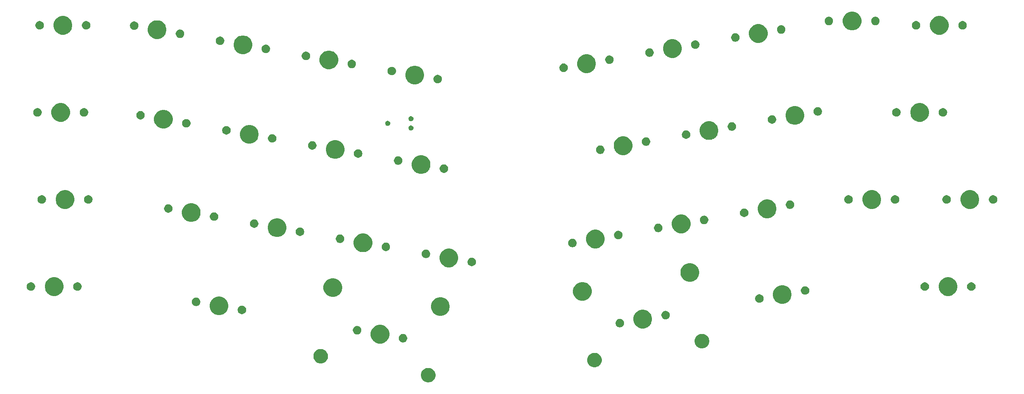
<source format=gts>
G04 #@! TF.GenerationSoftware,KiCad,Pcbnew,(5.1.4)-1*
G04 #@! TF.CreationDate,2022-02-17T11:30:01+08:00*
G04 #@! TF.ProjectId,C-13X-PCB,432d3133-582d-4504-9342-2e6b69636164,rev?*
G04 #@! TF.SameCoordinates,Original*
G04 #@! TF.FileFunction,Soldermask,Top*
G04 #@! TF.FilePolarity,Negative*
%FSLAX46Y46*%
G04 Gerber Fmt 4.6, Leading zero omitted, Abs format (unit mm)*
G04 Created by KiCad (PCBNEW (5.1.4)-1) date 2022-02-17 11:30:01*
%MOMM*%
%LPD*%
G04 APERTURE LIST*
%ADD10C,1.000000*%
G04 APERTURE END LIST*
D10*
G36*
X96152572Y-89235390D02*
G01*
X96159606Y-89236083D01*
X96168198Y-89237792D01*
X96472485Y-89298318D01*
X96591211Y-89347496D01*
X96759115Y-89417044D01*
X96759116Y-89417045D01*
X97017078Y-89589409D01*
X97236457Y-89808788D01*
X97351627Y-89981153D01*
X97408822Y-90066751D01*
X97478370Y-90234655D01*
X97525265Y-90347869D01*
X97527548Y-90353382D01*
X97586978Y-90652155D01*
X97588074Y-90657668D01*
X97588074Y-90967916D01*
X97528645Y-91266690D01*
X97527548Y-91272202D01*
X97408822Y-91558833D01*
X97408821Y-91558834D01*
X97236457Y-91816796D01*
X97017078Y-92036175D01*
X96844713Y-92151345D01*
X96759115Y-92208540D01*
X96591211Y-92278088D01*
X96472485Y-92327266D01*
X96320341Y-92357529D01*
X96168199Y-92387792D01*
X95857949Y-92387792D01*
X95842309Y-92384681D01*
X95835275Y-92383988D01*
X95826683Y-92382279D01*
X95522396Y-92321753D01*
X95403670Y-92272575D01*
X95235766Y-92203027D01*
X95150168Y-92145832D01*
X94977803Y-92030662D01*
X94758424Y-91811283D01*
X94643254Y-91638918D01*
X94586059Y-91553320D01*
X94469617Y-91272203D01*
X94467333Y-91266690D01*
X94407904Y-90967917D01*
X94406807Y-90962404D01*
X94406807Y-90652154D01*
X94466236Y-90353382D01*
X94467333Y-90347868D01*
X94516511Y-90229142D01*
X94586059Y-90061238D01*
X94754740Y-89808789D01*
X94758424Y-89803275D01*
X94977803Y-89583896D01*
X95227514Y-89417045D01*
X95235766Y-89411531D01*
X95509087Y-89298318D01*
X95522396Y-89292805D01*
X95826682Y-89232279D01*
X96136932Y-89232279D01*
X96152572Y-89235390D01*
X96152572Y-89235390D01*
G37*
G36*
X132788191Y-85984808D02*
G01*
X132801500Y-85990321D01*
X133074821Y-86103534D01*
X133083073Y-86109048D01*
X133332784Y-86275899D01*
X133552163Y-86495278D01*
X133667333Y-86667643D01*
X133724528Y-86753241D01*
X133752964Y-86821892D01*
X133843254Y-87039871D01*
X133844351Y-87045385D01*
X133903780Y-87344157D01*
X133903780Y-87654407D01*
X133902683Y-87659920D01*
X133843254Y-87958693D01*
X133840970Y-87964206D01*
X133724528Y-88245323D01*
X133667333Y-88330921D01*
X133552163Y-88503286D01*
X133332784Y-88722665D01*
X133160419Y-88837835D01*
X133074821Y-88895030D01*
X132906917Y-88964578D01*
X132788191Y-89013756D01*
X132483904Y-89074282D01*
X132475312Y-89075991D01*
X132468278Y-89076684D01*
X132452638Y-89079795D01*
X132142388Y-89079795D01*
X131838102Y-89019269D01*
X131719376Y-88970091D01*
X131551472Y-88900543D01*
X131465874Y-88843348D01*
X131293509Y-88728178D01*
X131074130Y-88508799D01*
X130901766Y-88250837D01*
X130901765Y-88250836D01*
X130783039Y-87964205D01*
X130781943Y-87958693D01*
X130752776Y-87812063D01*
X130722513Y-87659920D01*
X130722513Y-87349670D01*
X130783039Y-87045385D01*
X130785323Y-87039872D01*
X130875612Y-86821893D01*
X130901765Y-86758754D01*
X130958960Y-86673156D01*
X131074130Y-86500791D01*
X131293509Y-86281412D01*
X131551471Y-86109048D01*
X131551472Y-86109047D01*
X131719376Y-86039499D01*
X131838102Y-85990321D01*
X132142389Y-85929795D01*
X132150981Y-85928086D01*
X132158015Y-85927393D01*
X132173655Y-85924282D01*
X132483905Y-85924282D01*
X132788191Y-85984808D01*
X132788191Y-85984808D01*
G37*
G36*
X72670575Y-85094880D02*
G01*
X72677599Y-85095572D01*
X72686196Y-85097282D01*
X72990483Y-85157808D01*
X73109209Y-85206986D01*
X73277113Y-85276534D01*
X73277114Y-85276535D01*
X73535076Y-85448899D01*
X73754455Y-85668278D01*
X73869625Y-85840643D01*
X73926820Y-85926241D01*
X73996368Y-86094145D01*
X74045546Y-86212871D01*
X74106072Y-86517157D01*
X74106072Y-86827407D01*
X74045546Y-87131692D01*
X73926820Y-87418323D01*
X73926819Y-87418324D01*
X73754455Y-87676286D01*
X73535076Y-87895665D01*
X73362711Y-88010835D01*
X73277113Y-88068030D01*
X73109209Y-88137578D01*
X72990483Y-88186756D01*
X72838339Y-88217019D01*
X72686197Y-88247282D01*
X72375947Y-88247282D01*
X72360302Y-88244170D01*
X72353278Y-88243478D01*
X72344681Y-88241768D01*
X72040394Y-88181242D01*
X71921668Y-88132064D01*
X71753764Y-88062516D01*
X71598382Y-87958693D01*
X71495801Y-87890151D01*
X71276422Y-87670772D01*
X71107742Y-87418324D01*
X71104057Y-87412809D01*
X70985331Y-87126178D01*
X70924805Y-86821893D01*
X70924805Y-86511643D01*
X70985331Y-86207358D01*
X71104057Y-85920727D01*
X71161252Y-85835129D01*
X71276422Y-85662764D01*
X71495801Y-85443385D01*
X71668166Y-85328215D01*
X71753764Y-85271020D01*
X71921668Y-85201472D01*
X72040394Y-85152294D01*
X72192538Y-85122031D01*
X72344680Y-85091768D01*
X72654930Y-85091768D01*
X72670575Y-85094880D01*
X72670575Y-85094880D01*
G37*
G36*
X156270193Y-81844297D02*
G01*
X156388919Y-81893475D01*
X156556823Y-81963023D01*
X156642421Y-82020218D01*
X156814786Y-82135388D01*
X157034165Y-82354767D01*
X157113117Y-82472928D01*
X157206530Y-82612730D01*
X157276078Y-82780634D01*
X157296328Y-82829521D01*
X157325256Y-82899361D01*
X157377985Y-83164446D01*
X157385782Y-83203647D01*
X157385782Y-83513895D01*
X157325256Y-83818182D01*
X157288964Y-83905798D01*
X157206530Y-84104812D01*
X157202845Y-84110327D01*
X157034165Y-84362775D01*
X156814786Y-84582154D01*
X156642421Y-84697324D01*
X156556823Y-84754519D01*
X156388919Y-84824067D01*
X156270193Y-84873245D01*
X155965906Y-84933771D01*
X155957309Y-84935481D01*
X155950285Y-84936173D01*
X155934640Y-84939285D01*
X155624390Y-84939285D01*
X155472248Y-84909022D01*
X155320104Y-84878759D01*
X155201378Y-84829581D01*
X155033474Y-84760033D01*
X154947876Y-84702838D01*
X154775511Y-84587668D01*
X154556132Y-84368289D01*
X154383768Y-84110327D01*
X154383767Y-84110326D01*
X154299049Y-83905798D01*
X154265041Y-83823696D01*
X154204515Y-83519409D01*
X154204515Y-83209161D01*
X154265041Y-82904874D01*
X154314219Y-82786148D01*
X154383767Y-82618244D01*
X154480865Y-82472927D01*
X154556132Y-82360281D01*
X154775511Y-82140902D01*
X155033473Y-81968538D01*
X155033474Y-81968537D01*
X155201378Y-81898989D01*
X155320104Y-81849811D01*
X155624391Y-81789285D01*
X155632988Y-81787575D01*
X155640012Y-81786883D01*
X155655657Y-81783771D01*
X155965907Y-81783771D01*
X156270193Y-81844297D01*
X156270193Y-81844297D01*
G37*
G36*
X86065846Y-79894582D02*
G01*
X86283846Y-79984881D01*
X86437995Y-80048731D01*
X86772920Y-80272521D01*
X87057749Y-80557350D01*
X87281539Y-80892275D01*
X87281539Y-80892276D01*
X87435688Y-81264424D01*
X87514272Y-81659492D01*
X87514272Y-82062304D01*
X87435688Y-82457372D01*
X87345389Y-82675372D01*
X87281539Y-82829521D01*
X87057749Y-83164446D01*
X86772920Y-83449275D01*
X86437995Y-83673065D01*
X86283846Y-83736915D01*
X86065846Y-83827214D01*
X85670778Y-83905798D01*
X85267966Y-83905798D01*
X84872898Y-83827214D01*
X84654898Y-83736915D01*
X84500749Y-83673065D01*
X84165824Y-83449275D01*
X83880995Y-83164446D01*
X83657205Y-82829521D01*
X83593355Y-82675372D01*
X83503056Y-82457372D01*
X83424472Y-82062304D01*
X83424472Y-81659492D01*
X83503056Y-81264424D01*
X83657205Y-80892276D01*
X83657205Y-80892275D01*
X83880995Y-80557350D01*
X84165824Y-80272521D01*
X84500749Y-80048731D01*
X84654898Y-79984881D01*
X84872898Y-79894582D01*
X85267966Y-79815998D01*
X85670778Y-79815998D01*
X86065846Y-79894582D01*
X86065846Y-79894582D01*
G37*
G36*
X90742299Y-81852616D02*
G01*
X90910821Y-81922420D01*
X91062486Y-82023759D01*
X91191467Y-82152740D01*
X91292806Y-82304405D01*
X91362610Y-82472927D01*
X91398195Y-82651828D01*
X91398195Y-82834234D01*
X91362610Y-83013135D01*
X91292806Y-83181657D01*
X91191467Y-83333322D01*
X91062486Y-83462303D01*
X90910821Y-83563642D01*
X90742299Y-83633446D01*
X90563398Y-83669031D01*
X90380992Y-83669031D01*
X90202091Y-83633446D01*
X90033569Y-83563642D01*
X89881904Y-83462303D01*
X89752923Y-83333322D01*
X89651584Y-83181657D01*
X89581780Y-83013135D01*
X89546195Y-82834234D01*
X89546195Y-82651828D01*
X89581780Y-82472927D01*
X89651584Y-82304405D01*
X89752923Y-82152740D01*
X89881904Y-82023759D01*
X90033569Y-81922420D01*
X90202091Y-81852616D01*
X90380992Y-81817031D01*
X90563398Y-81817031D01*
X90742299Y-81852616D01*
X90742299Y-81852616D01*
G37*
G36*
X80736653Y-80088350D02*
G01*
X80905175Y-80158154D01*
X81056840Y-80259493D01*
X81185821Y-80388474D01*
X81287160Y-80540139D01*
X81356964Y-80708661D01*
X81392549Y-80887562D01*
X81392549Y-81069968D01*
X81356964Y-81248869D01*
X81287160Y-81417391D01*
X81185821Y-81569056D01*
X81056840Y-81698037D01*
X80905175Y-81799376D01*
X80736653Y-81869180D01*
X80557752Y-81904765D01*
X80375346Y-81904765D01*
X80196445Y-81869180D01*
X80027923Y-81799376D01*
X79876258Y-81698037D01*
X79747277Y-81569056D01*
X79645938Y-81417391D01*
X79576134Y-81248869D01*
X79540549Y-81069968D01*
X79540549Y-80887562D01*
X79576134Y-80708661D01*
X79645938Y-80540139D01*
X79747277Y-80388474D01*
X79876258Y-80259493D01*
X80027923Y-80158154D01*
X80196445Y-80088350D01*
X80375346Y-80052765D01*
X80557752Y-80052765D01*
X80736653Y-80088350D01*
X80736653Y-80088350D01*
G37*
G36*
X143437689Y-76586585D02*
G01*
X143655689Y-76676884D01*
X143809838Y-76740734D01*
X144144763Y-76964524D01*
X144429592Y-77249353D01*
X144653382Y-77584278D01*
X144702683Y-77703302D01*
X144807531Y-77956427D01*
X144886115Y-78351495D01*
X144886115Y-78754307D01*
X144807531Y-79149375D01*
X144717232Y-79367375D01*
X144653382Y-79521524D01*
X144429592Y-79856449D01*
X144144763Y-80141278D01*
X143809838Y-80365068D01*
X143753328Y-80388475D01*
X143437689Y-80519217D01*
X143042621Y-80597801D01*
X142639809Y-80597801D01*
X142244741Y-80519217D01*
X141929102Y-80388475D01*
X141872592Y-80365068D01*
X141537667Y-80141278D01*
X141252838Y-79856449D01*
X141029048Y-79521524D01*
X140965198Y-79367375D01*
X140874899Y-79149375D01*
X140796315Y-78754307D01*
X140796315Y-78351495D01*
X140874899Y-77956427D01*
X140979747Y-77703302D01*
X141029048Y-77584278D01*
X141252838Y-77249353D01*
X141537667Y-76964524D01*
X141872592Y-76740734D01*
X142026741Y-76676884D01*
X142244741Y-76586585D01*
X142639809Y-76508001D01*
X143042621Y-76508001D01*
X143437689Y-76586585D01*
X143437689Y-76586585D01*
G37*
G36*
X138108496Y-78544619D02*
G01*
X138277018Y-78614423D01*
X138428683Y-78715762D01*
X138557664Y-78844743D01*
X138659003Y-78996408D01*
X138728807Y-79164930D01*
X138764392Y-79343831D01*
X138764392Y-79526237D01*
X138728807Y-79705138D01*
X138659003Y-79873660D01*
X138557664Y-80025325D01*
X138428683Y-80154306D01*
X138277018Y-80255645D01*
X138108496Y-80325449D01*
X137929595Y-80361034D01*
X137747189Y-80361034D01*
X137568288Y-80325449D01*
X137399766Y-80255645D01*
X137248101Y-80154306D01*
X137119120Y-80025325D01*
X137017781Y-79873660D01*
X136947977Y-79705138D01*
X136912392Y-79526237D01*
X136912392Y-79343831D01*
X136947977Y-79164930D01*
X137017781Y-78996408D01*
X137119120Y-78844743D01*
X137248101Y-78715762D01*
X137399766Y-78614423D01*
X137568288Y-78544619D01*
X137747189Y-78509034D01*
X137929595Y-78509034D01*
X138108496Y-78544619D01*
X138108496Y-78544619D01*
G37*
G36*
X148114142Y-76780353D02*
G01*
X148282664Y-76850157D01*
X148434329Y-76951496D01*
X148563310Y-77080477D01*
X148664649Y-77232142D01*
X148734453Y-77400664D01*
X148770038Y-77579565D01*
X148770038Y-77761971D01*
X148734453Y-77940872D01*
X148664649Y-78109394D01*
X148563310Y-78261059D01*
X148434329Y-78390040D01*
X148282664Y-78491379D01*
X148114142Y-78561183D01*
X147935241Y-78596768D01*
X147752835Y-78596768D01*
X147573934Y-78561183D01*
X147405412Y-78491379D01*
X147253747Y-78390040D01*
X147124766Y-78261059D01*
X147023427Y-78109394D01*
X146953623Y-77940872D01*
X146918038Y-77761971D01*
X146918038Y-77579565D01*
X146953623Y-77400664D01*
X147023427Y-77232142D01*
X147124766Y-77080477D01*
X147253747Y-76951496D01*
X147405412Y-76850157D01*
X147573934Y-76780353D01*
X147752835Y-76744768D01*
X147935241Y-76744768D01*
X148114142Y-76780353D01*
X148114142Y-76780353D01*
G37*
G36*
X98845251Y-73757020D02*
G01*
X98852287Y-73757713D01*
X99255947Y-73838006D01*
X99473947Y-73928305D01*
X99628096Y-73992155D01*
X99963021Y-74215945D01*
X100247850Y-74500774D01*
X100471640Y-74835699D01*
X100518965Y-74949952D01*
X100625789Y-75207848D01*
X100704373Y-75602916D01*
X100704373Y-76005728D01*
X100625789Y-76400796D01*
X100548832Y-76586586D01*
X100471640Y-76772945D01*
X100247850Y-77107870D01*
X99963021Y-77392699D01*
X99628096Y-77616489D01*
X99473947Y-77680339D01*
X99255947Y-77770638D01*
X98860879Y-77849222D01*
X98458067Y-77849222D01*
X98442427Y-77846111D01*
X98435391Y-77845418D01*
X98031731Y-77765125D01*
X97813731Y-77674826D01*
X97659582Y-77610976D01*
X97324657Y-77387186D01*
X97039828Y-77102357D01*
X96816038Y-76767432D01*
X96741129Y-76586585D01*
X96661889Y-76395283D01*
X96583305Y-76000215D01*
X96583305Y-75597403D01*
X96661889Y-75202335D01*
X96813754Y-74835700D01*
X96816038Y-74830186D01*
X97039828Y-74495261D01*
X97324657Y-74210432D01*
X97659582Y-73986642D01*
X97813731Y-73922792D01*
X98031731Y-73832493D01*
X98426799Y-73753909D01*
X98829611Y-73753909D01*
X98845251Y-73757020D01*
X98845251Y-73757020D01*
G37*
G36*
X50889744Y-73692086D02*
G01*
X51046508Y-73757020D01*
X51261893Y-73846235D01*
X51596818Y-74070025D01*
X51881647Y-74354854D01*
X52105437Y-74689779D01*
X52163595Y-74830186D01*
X52259586Y-75061928D01*
X52338170Y-75456996D01*
X52338170Y-75859808D01*
X52259586Y-76254876D01*
X52169287Y-76472876D01*
X52105437Y-76627025D01*
X51881647Y-76961950D01*
X51596818Y-77246779D01*
X51261893Y-77470569D01*
X51107744Y-77534419D01*
X50889744Y-77624718D01*
X50494676Y-77703302D01*
X50091864Y-77703302D01*
X49696796Y-77624718D01*
X49478796Y-77534419D01*
X49324647Y-77470569D01*
X48989722Y-77246779D01*
X48704893Y-76961950D01*
X48481103Y-76627025D01*
X48417253Y-76472876D01*
X48326954Y-76254876D01*
X48248370Y-75859808D01*
X48248370Y-75456996D01*
X48326954Y-75061928D01*
X48422945Y-74830186D01*
X48481103Y-74689779D01*
X48704893Y-74354854D01*
X48989722Y-74070025D01*
X49324647Y-73846235D01*
X49540032Y-73757020D01*
X49696796Y-73692086D01*
X50091864Y-73613502D01*
X50494676Y-73613502D01*
X50889744Y-73692086D01*
X50889744Y-73692086D01*
G37*
G36*
X55566197Y-75650120D02*
G01*
X55734719Y-75719924D01*
X55886384Y-75821263D01*
X56015365Y-75950244D01*
X56116704Y-76101909D01*
X56186508Y-76270431D01*
X56222093Y-76449332D01*
X56222093Y-76631738D01*
X56186508Y-76810639D01*
X56116704Y-76979161D01*
X56015365Y-77130826D01*
X55886384Y-77259807D01*
X55734719Y-77361146D01*
X55566197Y-77430950D01*
X55387296Y-77466535D01*
X55204890Y-77466535D01*
X55025989Y-77430950D01*
X54857467Y-77361146D01*
X54705802Y-77259807D01*
X54576821Y-77130826D01*
X54475482Y-76979161D01*
X54405678Y-76810639D01*
X54370093Y-76631738D01*
X54370093Y-76449332D01*
X54405678Y-76270431D01*
X54475482Y-76101909D01*
X54576821Y-75950244D01*
X54705802Y-75821263D01*
X54857467Y-75719924D01*
X55025989Y-75650120D01*
X55204890Y-75614535D01*
X55387296Y-75614535D01*
X55566197Y-75650120D01*
X55566197Y-75650120D01*
G37*
G36*
X45560551Y-73885854D02*
G01*
X45729073Y-73955658D01*
X45880738Y-74056997D01*
X46009719Y-74185978D01*
X46111058Y-74337643D01*
X46180862Y-74506165D01*
X46216447Y-74685066D01*
X46216447Y-74867472D01*
X46180862Y-75046373D01*
X46111058Y-75214895D01*
X46009719Y-75366560D01*
X45880738Y-75495541D01*
X45729073Y-75596880D01*
X45560551Y-75666684D01*
X45381650Y-75702269D01*
X45199244Y-75702269D01*
X45020343Y-75666684D01*
X44851821Y-75596880D01*
X44700156Y-75495541D01*
X44571175Y-75366560D01*
X44469836Y-75214895D01*
X44400032Y-75046373D01*
X44364447Y-74867472D01*
X44364447Y-74685066D01*
X44400032Y-74506165D01*
X44469836Y-74337643D01*
X44571175Y-74185978D01*
X44700156Y-74056997D01*
X44851821Y-73955658D01*
X45020343Y-73885854D01*
X45199244Y-73850269D01*
X45381650Y-73850269D01*
X45560551Y-73885854D01*
X45560551Y-73885854D01*
G37*
G36*
X173923644Y-71211089D02*
G01*
X174141644Y-71301388D01*
X174295793Y-71365238D01*
X174630718Y-71589028D01*
X174915547Y-71873857D01*
X175139337Y-72208782D01*
X175172732Y-72289406D01*
X175293486Y-72580931D01*
X175372070Y-72975999D01*
X175372070Y-73378811D01*
X175293486Y-73773879D01*
X175205357Y-73986642D01*
X175139337Y-74146028D01*
X174915547Y-74480953D01*
X174630718Y-74765782D01*
X174295793Y-74989572D01*
X174141644Y-75053422D01*
X173923644Y-75143721D01*
X173528576Y-75222305D01*
X173125764Y-75222305D01*
X172730696Y-75143721D01*
X172512696Y-75053422D01*
X172358547Y-74989572D01*
X172023622Y-74765782D01*
X171738793Y-74480953D01*
X171515003Y-74146028D01*
X171448983Y-73986642D01*
X171360854Y-73773879D01*
X171282270Y-73378811D01*
X171282270Y-72975999D01*
X171360854Y-72580931D01*
X171481608Y-72289406D01*
X171515003Y-72208782D01*
X171738793Y-71873857D01*
X172023622Y-71589028D01*
X172358547Y-71365238D01*
X172512696Y-71301388D01*
X172730696Y-71211089D01*
X173125764Y-71132505D01*
X173528576Y-71132505D01*
X173923644Y-71211089D01*
X173923644Y-71211089D01*
G37*
G36*
X168594451Y-73169123D02*
G01*
X168762973Y-73238927D01*
X168914638Y-73340266D01*
X169043619Y-73469247D01*
X169144958Y-73620912D01*
X169214762Y-73789434D01*
X169250347Y-73968335D01*
X169250347Y-74150741D01*
X169214762Y-74329642D01*
X169144958Y-74498164D01*
X169043619Y-74649829D01*
X168914638Y-74778810D01*
X168762973Y-74880149D01*
X168594451Y-74949953D01*
X168415550Y-74985538D01*
X168233144Y-74985538D01*
X168054243Y-74949953D01*
X167885721Y-74880149D01*
X167734056Y-74778810D01*
X167605075Y-74649829D01*
X167503736Y-74498164D01*
X167433932Y-74329642D01*
X167398347Y-74150741D01*
X167398347Y-73968335D01*
X167433932Y-73789434D01*
X167503736Y-73620912D01*
X167605075Y-73469247D01*
X167734056Y-73340266D01*
X167885721Y-73238927D01*
X168054243Y-73169123D01*
X168233144Y-73133538D01*
X168415550Y-73133538D01*
X168594451Y-73169123D01*
X168594451Y-73169123D01*
G37*
G36*
X130278856Y-70524496D02*
G01*
X130496856Y-70614795D01*
X130651005Y-70678645D01*
X130985930Y-70902435D01*
X131270759Y-71187264D01*
X131494549Y-71522189D01*
X131558399Y-71676338D01*
X131648698Y-71894338D01*
X131727282Y-72289406D01*
X131727282Y-72692218D01*
X131648698Y-73087286D01*
X131607939Y-73185686D01*
X131494549Y-73459435D01*
X131270759Y-73794360D01*
X130985930Y-74079189D01*
X130651005Y-74302979D01*
X130496856Y-74366829D01*
X130278856Y-74457128D01*
X129875196Y-74537421D01*
X129868160Y-74538114D01*
X129852520Y-74541225D01*
X129449708Y-74541225D01*
X129054640Y-74462641D01*
X128794422Y-74354855D01*
X128682491Y-74308492D01*
X128347566Y-74084702D01*
X128062737Y-73799873D01*
X127838947Y-73464948D01*
X127745326Y-73238927D01*
X127684798Y-73092799D01*
X127606214Y-72697731D01*
X127606214Y-72294919D01*
X127684798Y-71899851D01*
X127792885Y-71638906D01*
X127838947Y-71527702D01*
X128062737Y-71192777D01*
X128347566Y-70907948D01*
X128682491Y-70684158D01*
X128836640Y-70620308D01*
X129054640Y-70530009D01*
X129458300Y-70449716D01*
X129465336Y-70449023D01*
X129480976Y-70445912D01*
X129883788Y-70445912D01*
X130278856Y-70524496D01*
X130278856Y-70524496D01*
G37*
G36*
X75363249Y-69616509D02*
G01*
X75370283Y-69617202D01*
X75773944Y-69697495D01*
X75991944Y-69787794D01*
X76146093Y-69851644D01*
X76481018Y-70075434D01*
X76765847Y-70360263D01*
X76989637Y-70695188D01*
X77050044Y-70841025D01*
X77143786Y-71067337D01*
X77222370Y-71462405D01*
X77222370Y-71865217D01*
X77143786Y-72260285D01*
X77101033Y-72363500D01*
X76989637Y-72632434D01*
X76765847Y-72967359D01*
X76481018Y-73252188D01*
X76146093Y-73475978D01*
X75991944Y-73539828D01*
X75773944Y-73630127D01*
X75378876Y-73708711D01*
X74976064Y-73708711D01*
X74960424Y-73705600D01*
X74953390Y-73704907D01*
X74549729Y-73624614D01*
X74331729Y-73534315D01*
X74177580Y-73470465D01*
X73842655Y-73246675D01*
X73557826Y-72961846D01*
X73334036Y-72626921D01*
X73242579Y-72406123D01*
X73179887Y-72254772D01*
X73101303Y-71859704D01*
X73101303Y-71456892D01*
X73179887Y-71061824D01*
X73331752Y-70695189D01*
X73334036Y-70689675D01*
X73557826Y-70354750D01*
X73842655Y-70069921D01*
X74177580Y-69846131D01*
X74331729Y-69782281D01*
X74549729Y-69691982D01*
X74944797Y-69613398D01*
X75347609Y-69613398D01*
X75363249Y-69616509D01*
X75363249Y-69616509D01*
G37*
G36*
X14883974Y-69471184D02*
G01*
X15101974Y-69561483D01*
X15256123Y-69625333D01*
X15591048Y-69849123D01*
X15875877Y-70133952D01*
X16099667Y-70468877D01*
X16132062Y-70547086D01*
X16253816Y-70841026D01*
X16332400Y-71236094D01*
X16332400Y-71638906D01*
X16253816Y-72033974D01*
X16202951Y-72156772D01*
X16099667Y-72406123D01*
X15875877Y-72741048D01*
X15591048Y-73025877D01*
X15256123Y-73249667D01*
X15101974Y-73313517D01*
X14883974Y-73403816D01*
X14488906Y-73482400D01*
X14086094Y-73482400D01*
X13691026Y-73403816D01*
X13473026Y-73313517D01*
X13318877Y-73249667D01*
X12983952Y-73025877D01*
X12699123Y-72741048D01*
X12475333Y-72406123D01*
X12372049Y-72156772D01*
X12321184Y-72033974D01*
X12242600Y-71638906D01*
X12242600Y-71236094D01*
X12321184Y-70841026D01*
X12442938Y-70547086D01*
X12475333Y-70468877D01*
X12699123Y-70133952D01*
X12983952Y-69849123D01*
X13318877Y-69625333D01*
X13473026Y-69561483D01*
X13691026Y-69471184D01*
X14086094Y-69392600D01*
X14488906Y-69392600D01*
X14883974Y-69471184D01*
X14883974Y-69471184D01*
G37*
G36*
X210146474Y-69471184D02*
G01*
X210364474Y-69561483D01*
X210518623Y-69625333D01*
X210853548Y-69849123D01*
X211138377Y-70133952D01*
X211362167Y-70468877D01*
X211394562Y-70547086D01*
X211516316Y-70841026D01*
X211594900Y-71236094D01*
X211594900Y-71638906D01*
X211516316Y-72033974D01*
X211465451Y-72156772D01*
X211362167Y-72406123D01*
X211138377Y-72741048D01*
X210853548Y-73025877D01*
X210518623Y-73249667D01*
X210364474Y-73313517D01*
X210146474Y-73403816D01*
X209751406Y-73482400D01*
X209348594Y-73482400D01*
X208953526Y-73403816D01*
X208735526Y-73313517D01*
X208581377Y-73249667D01*
X208246452Y-73025877D01*
X207961623Y-72741048D01*
X207737833Y-72406123D01*
X207634549Y-72156772D01*
X207583684Y-72033974D01*
X207505100Y-71638906D01*
X207505100Y-71236094D01*
X207583684Y-70841026D01*
X207705438Y-70547086D01*
X207737833Y-70468877D01*
X207961623Y-70133952D01*
X208246452Y-69849123D01*
X208581377Y-69625333D01*
X208735526Y-69561483D01*
X208953526Y-69471184D01*
X209348594Y-69392600D01*
X209751406Y-69392600D01*
X210146474Y-69471184D01*
X210146474Y-69471184D01*
G37*
G36*
X178600097Y-71404857D02*
G01*
X178768619Y-71474661D01*
X178920284Y-71576000D01*
X179049265Y-71704981D01*
X179150604Y-71856646D01*
X179220408Y-72025168D01*
X179255993Y-72204069D01*
X179255993Y-72386475D01*
X179220408Y-72565376D01*
X179150604Y-72733898D01*
X179049265Y-72885563D01*
X178920284Y-73014544D01*
X178768619Y-73115883D01*
X178600097Y-73185687D01*
X178421196Y-73221272D01*
X178238790Y-73221272D01*
X178059889Y-73185687D01*
X177891367Y-73115883D01*
X177739702Y-73014544D01*
X177610721Y-72885563D01*
X177509382Y-72733898D01*
X177439578Y-72565376D01*
X177403993Y-72386475D01*
X177403993Y-72204069D01*
X177439578Y-72025168D01*
X177509382Y-71856646D01*
X177610721Y-71704981D01*
X177739702Y-71576000D01*
X177891367Y-71474661D01*
X178059889Y-71404857D01*
X178238790Y-71369272D01*
X178421196Y-71369272D01*
X178600097Y-71404857D01*
X178600097Y-71404857D01*
G37*
G36*
X19637604Y-70547085D02*
G01*
X19806126Y-70616889D01*
X19957791Y-70718228D01*
X20086772Y-70847209D01*
X20188111Y-70998874D01*
X20257915Y-71167396D01*
X20293500Y-71346297D01*
X20293500Y-71528703D01*
X20257915Y-71707604D01*
X20188111Y-71876126D01*
X20086772Y-72027791D01*
X19957791Y-72156772D01*
X19806126Y-72258111D01*
X19637604Y-72327915D01*
X19458703Y-72363500D01*
X19276297Y-72363500D01*
X19097396Y-72327915D01*
X18928874Y-72258111D01*
X18777209Y-72156772D01*
X18648228Y-72027791D01*
X18546889Y-71876126D01*
X18477085Y-71707604D01*
X18441500Y-71528703D01*
X18441500Y-71346297D01*
X18477085Y-71167396D01*
X18546889Y-70998874D01*
X18648228Y-70847209D01*
X18777209Y-70718228D01*
X18928874Y-70616889D01*
X19097396Y-70547085D01*
X19276297Y-70511500D01*
X19458703Y-70511500D01*
X19637604Y-70547085D01*
X19637604Y-70547085D01*
G37*
G36*
X9477604Y-70547085D02*
G01*
X9646126Y-70616889D01*
X9797791Y-70718228D01*
X9926772Y-70847209D01*
X10028111Y-70998874D01*
X10097915Y-71167396D01*
X10133500Y-71346297D01*
X10133500Y-71528703D01*
X10097915Y-71707604D01*
X10028111Y-71876126D01*
X9926772Y-72027791D01*
X9797791Y-72156772D01*
X9646126Y-72258111D01*
X9477604Y-72327915D01*
X9298703Y-72363500D01*
X9116297Y-72363500D01*
X8937396Y-72327915D01*
X8768874Y-72258111D01*
X8617209Y-72156772D01*
X8488228Y-72027791D01*
X8386889Y-71876126D01*
X8317085Y-71707604D01*
X8281500Y-71528703D01*
X8281500Y-71346297D01*
X8317085Y-71167396D01*
X8386889Y-70998874D01*
X8488228Y-70847209D01*
X8617209Y-70718228D01*
X8768874Y-70616889D01*
X8937396Y-70547085D01*
X9116297Y-70511500D01*
X9298703Y-70511500D01*
X9477604Y-70547085D01*
X9477604Y-70547085D01*
G37*
G36*
X214900104Y-70547085D02*
G01*
X215068626Y-70616889D01*
X215220291Y-70718228D01*
X215349272Y-70847209D01*
X215450611Y-70998874D01*
X215520415Y-71167396D01*
X215556000Y-71346297D01*
X215556000Y-71528703D01*
X215520415Y-71707604D01*
X215450611Y-71876126D01*
X215349272Y-72027791D01*
X215220291Y-72156772D01*
X215068626Y-72258111D01*
X214900104Y-72327915D01*
X214721203Y-72363500D01*
X214538797Y-72363500D01*
X214359896Y-72327915D01*
X214191374Y-72258111D01*
X214039709Y-72156772D01*
X213910728Y-72027791D01*
X213809389Y-71876126D01*
X213739585Y-71707604D01*
X213704000Y-71528703D01*
X213704000Y-71346297D01*
X213739585Y-71167396D01*
X213809389Y-70998874D01*
X213910728Y-70847209D01*
X214039709Y-70718228D01*
X214191374Y-70616889D01*
X214359896Y-70547085D01*
X214538797Y-70511500D01*
X214721203Y-70511500D01*
X214900104Y-70547085D01*
X214900104Y-70547085D01*
G37*
G36*
X204740104Y-70547085D02*
G01*
X204908626Y-70616889D01*
X205060291Y-70718228D01*
X205189272Y-70847209D01*
X205290611Y-70998874D01*
X205360415Y-71167396D01*
X205396000Y-71346297D01*
X205396000Y-71528703D01*
X205360415Y-71707604D01*
X205290611Y-71876126D01*
X205189272Y-72027791D01*
X205060291Y-72156772D01*
X204908626Y-72258111D01*
X204740104Y-72327915D01*
X204561203Y-72363500D01*
X204378797Y-72363500D01*
X204199896Y-72327915D01*
X204031374Y-72258111D01*
X203879709Y-72156772D01*
X203750728Y-72027791D01*
X203649389Y-71876126D01*
X203579585Y-71707604D01*
X203544000Y-71528703D01*
X203544000Y-71346297D01*
X203579585Y-71167396D01*
X203649389Y-70998874D01*
X203750728Y-70847209D01*
X203879709Y-70718228D01*
X204031374Y-70616889D01*
X204199896Y-70547085D01*
X204378797Y-70511500D01*
X204561203Y-70511500D01*
X204740104Y-70547085D01*
X204740104Y-70547085D01*
G37*
G36*
X153760858Y-66383985D02*
G01*
X153971792Y-66471357D01*
X154133007Y-66538134D01*
X154467932Y-66761924D01*
X154752761Y-67046753D01*
X154976551Y-67381678D01*
X154978835Y-67387192D01*
X155130700Y-67753827D01*
X155209284Y-68148895D01*
X155209284Y-68551707D01*
X155130700Y-68946775D01*
X155040401Y-69164775D01*
X154976551Y-69318924D01*
X154752761Y-69653849D01*
X154467932Y-69938678D01*
X154133007Y-70162468D01*
X153978858Y-70226318D01*
X153760858Y-70316617D01*
X153357197Y-70396910D01*
X153350163Y-70397603D01*
X153334523Y-70400714D01*
X152931711Y-70400714D01*
X152536643Y-70322130D01*
X152318643Y-70231831D01*
X152164494Y-70167981D01*
X151829569Y-69944191D01*
X151544740Y-69659362D01*
X151320950Y-69324437D01*
X151257100Y-69170288D01*
X151166801Y-68952288D01*
X151088217Y-68557220D01*
X151088217Y-68154408D01*
X151166801Y-67759340D01*
X151320950Y-67387192D01*
X151320950Y-67387191D01*
X151544740Y-67052266D01*
X151829569Y-66767437D01*
X152164494Y-66543647D01*
X152339018Y-66471357D01*
X152536643Y-66389498D01*
X152940304Y-66309205D01*
X152947338Y-66308512D01*
X152962978Y-66305401D01*
X153365790Y-66305401D01*
X153760858Y-66383985D01*
X153760858Y-66383985D01*
G37*
G36*
X101099211Y-63201494D02*
G01*
X101317211Y-63291793D01*
X101471360Y-63355643D01*
X101806285Y-63579433D01*
X102091114Y-63864262D01*
X102314904Y-64199187D01*
X102314904Y-64199188D01*
X102469053Y-64571336D01*
X102547637Y-64966404D01*
X102547637Y-65369216D01*
X102469053Y-65764284D01*
X102378754Y-65982284D01*
X102314904Y-66136433D01*
X102091114Y-66471358D01*
X101806285Y-66756187D01*
X101471360Y-66979977D01*
X101317211Y-67043827D01*
X101099211Y-67134126D01*
X100704143Y-67212710D01*
X100301331Y-67212710D01*
X99906263Y-67134126D01*
X99688263Y-67043827D01*
X99534114Y-66979977D01*
X99199189Y-66756187D01*
X98914360Y-66471358D01*
X98690570Y-66136433D01*
X98626720Y-65982284D01*
X98536421Y-65764284D01*
X98457837Y-65369216D01*
X98457837Y-64966404D01*
X98536421Y-64571336D01*
X98690570Y-64199188D01*
X98690570Y-64199187D01*
X98914360Y-63864262D01*
X99199189Y-63579433D01*
X99534114Y-63355643D01*
X99688263Y-63291793D01*
X99906263Y-63201494D01*
X100301331Y-63122910D01*
X100704143Y-63122910D01*
X101099211Y-63201494D01*
X101099211Y-63201494D01*
G37*
G36*
X105775664Y-65159528D02*
G01*
X105944186Y-65229332D01*
X106095851Y-65330671D01*
X106224832Y-65459652D01*
X106326171Y-65611317D01*
X106395975Y-65779839D01*
X106431560Y-65958740D01*
X106431560Y-66141146D01*
X106395975Y-66320047D01*
X106326171Y-66488569D01*
X106224832Y-66640234D01*
X106095851Y-66769215D01*
X105944186Y-66870554D01*
X105775664Y-66940358D01*
X105596763Y-66975943D01*
X105414357Y-66975943D01*
X105235456Y-66940358D01*
X105066934Y-66870554D01*
X104915269Y-66769215D01*
X104786288Y-66640234D01*
X104684949Y-66488569D01*
X104615145Y-66320047D01*
X104579560Y-66141146D01*
X104579560Y-65958740D01*
X104615145Y-65779839D01*
X104684949Y-65611317D01*
X104786288Y-65459652D01*
X104915269Y-65330671D01*
X105066934Y-65229332D01*
X105235456Y-65159528D01*
X105414357Y-65123943D01*
X105596763Y-65123943D01*
X105775664Y-65159528D01*
X105775664Y-65159528D01*
G37*
G36*
X95770018Y-63395262D02*
G01*
X95938540Y-63465066D01*
X96090205Y-63566405D01*
X96219186Y-63695386D01*
X96320525Y-63847051D01*
X96390329Y-64015573D01*
X96425914Y-64194474D01*
X96425914Y-64376880D01*
X96390329Y-64555781D01*
X96320525Y-64724303D01*
X96219186Y-64875968D01*
X96090205Y-65004949D01*
X95938540Y-65106288D01*
X95770018Y-65176092D01*
X95591117Y-65211677D01*
X95408711Y-65211677D01*
X95229810Y-65176092D01*
X95061288Y-65106288D01*
X94909623Y-65004949D01*
X94780642Y-64875968D01*
X94679303Y-64724303D01*
X94609499Y-64555781D01*
X94573914Y-64376880D01*
X94573914Y-64194474D01*
X94609499Y-64015573D01*
X94679303Y-63847051D01*
X94780642Y-63695386D01*
X94909623Y-63566405D01*
X95061288Y-63465066D01*
X95229810Y-63395262D01*
X95408711Y-63359677D01*
X95591117Y-63359677D01*
X95770018Y-63395262D01*
X95770018Y-63395262D01*
G37*
G36*
X82338623Y-59893495D02*
G01*
X82556623Y-59983794D01*
X82710772Y-60047644D01*
X83045697Y-60271434D01*
X83330526Y-60556263D01*
X83554316Y-60891188D01*
X83554316Y-60891189D01*
X83708465Y-61263337D01*
X83787049Y-61658405D01*
X83787049Y-62061217D01*
X83708465Y-62456285D01*
X83618166Y-62674285D01*
X83554316Y-62828434D01*
X83330526Y-63163359D01*
X83045697Y-63448188D01*
X82710772Y-63671978D01*
X82654257Y-63695387D01*
X82338623Y-63826127D01*
X81943555Y-63904711D01*
X81540743Y-63904711D01*
X81145675Y-63826127D01*
X80830041Y-63695387D01*
X80773526Y-63671978D01*
X80438601Y-63448188D01*
X80153772Y-63163359D01*
X79929982Y-62828434D01*
X79866132Y-62674285D01*
X79775833Y-62456285D01*
X79697249Y-62061217D01*
X79697249Y-61658405D01*
X79775833Y-61263337D01*
X79929982Y-60891189D01*
X79929982Y-60891188D01*
X80153772Y-60556263D01*
X80438601Y-60271434D01*
X80773526Y-60047644D01*
X80927675Y-59983794D01*
X81145675Y-59893495D01*
X81540743Y-59814911D01*
X81943555Y-59814911D01*
X82338623Y-59893495D01*
X82338623Y-59893495D01*
G37*
G36*
X87015076Y-61851529D02*
G01*
X87183598Y-61921333D01*
X87335263Y-62022672D01*
X87464244Y-62151653D01*
X87565583Y-62303318D01*
X87635387Y-62471840D01*
X87670972Y-62650741D01*
X87670972Y-62833147D01*
X87635387Y-63012048D01*
X87565583Y-63180570D01*
X87464244Y-63332235D01*
X87335263Y-63461216D01*
X87183598Y-63562555D01*
X87015076Y-63632359D01*
X86836175Y-63667944D01*
X86653769Y-63667944D01*
X86474868Y-63632359D01*
X86306346Y-63562555D01*
X86154681Y-63461216D01*
X86025700Y-63332235D01*
X85924361Y-63180570D01*
X85854557Y-63012048D01*
X85818972Y-62833147D01*
X85818972Y-62650741D01*
X85854557Y-62471840D01*
X85924361Y-62303318D01*
X86025700Y-62151653D01*
X86154681Y-62022672D01*
X86306346Y-61921333D01*
X86474868Y-61851529D01*
X86653769Y-61815944D01*
X86836175Y-61815944D01*
X87015076Y-61851529D01*
X87015076Y-61851529D01*
G37*
G36*
X133094471Y-59066496D02*
G01*
X133291934Y-59148288D01*
X133466620Y-59220645D01*
X133801545Y-59444435D01*
X134086374Y-59729264D01*
X134310164Y-60064189D01*
X134319722Y-60087264D01*
X134464313Y-60436338D01*
X134542897Y-60831406D01*
X134542897Y-61234218D01*
X134464313Y-61629286D01*
X134374014Y-61847286D01*
X134310164Y-62001435D01*
X134086374Y-62336360D01*
X133801545Y-62621189D01*
X133466620Y-62844979D01*
X133312471Y-62908829D01*
X133094471Y-62999128D01*
X132699403Y-63077712D01*
X132296591Y-63077712D01*
X131901523Y-62999128D01*
X131683523Y-62908829D01*
X131529374Y-62844979D01*
X131194449Y-62621189D01*
X130909620Y-62336360D01*
X130685830Y-62001435D01*
X130621980Y-61847286D01*
X130531681Y-61629286D01*
X130453097Y-61234218D01*
X130453097Y-60831406D01*
X130531681Y-60436338D01*
X130676272Y-60087264D01*
X130685830Y-60064189D01*
X130909620Y-59729264D01*
X131194449Y-59444435D01*
X131529374Y-59220645D01*
X131704060Y-59148288D01*
X131901523Y-59066496D01*
X132296591Y-58987912D01*
X132699403Y-58987912D01*
X133094471Y-59066496D01*
X133094471Y-59066496D01*
G37*
G36*
X127765278Y-61024530D02*
G01*
X127933800Y-61094334D01*
X128085465Y-61195673D01*
X128214446Y-61324654D01*
X128315785Y-61476319D01*
X128385589Y-61644841D01*
X128421174Y-61823742D01*
X128421174Y-62006148D01*
X128385589Y-62185049D01*
X128315785Y-62353571D01*
X128214446Y-62505236D01*
X128085465Y-62634217D01*
X127933800Y-62735556D01*
X127765278Y-62805360D01*
X127586377Y-62840945D01*
X127403971Y-62840945D01*
X127225070Y-62805360D01*
X127056548Y-62735556D01*
X126904883Y-62634217D01*
X126775902Y-62505236D01*
X126674563Y-62353571D01*
X126604759Y-62185049D01*
X126569174Y-62006148D01*
X126569174Y-61823742D01*
X126604759Y-61644841D01*
X126674563Y-61476319D01*
X126775902Y-61324654D01*
X126904883Y-61195673D01*
X127056548Y-61094334D01*
X127225070Y-61024530D01*
X127403971Y-60988945D01*
X127586377Y-60988945D01*
X127765278Y-61024530D01*
X127765278Y-61024530D01*
G37*
G36*
X77009430Y-60087263D02*
G01*
X77177952Y-60157067D01*
X77329617Y-60258406D01*
X77458598Y-60387387D01*
X77559937Y-60539052D01*
X77629741Y-60707574D01*
X77665326Y-60886475D01*
X77665326Y-61068881D01*
X77629741Y-61247782D01*
X77559937Y-61416304D01*
X77458598Y-61567969D01*
X77329617Y-61696950D01*
X77177952Y-61798289D01*
X77009430Y-61868093D01*
X76830529Y-61903678D01*
X76648123Y-61903678D01*
X76469222Y-61868093D01*
X76300700Y-61798289D01*
X76149035Y-61696950D01*
X76020054Y-61567969D01*
X75918715Y-61416304D01*
X75848911Y-61247782D01*
X75813326Y-61068881D01*
X75813326Y-60886475D01*
X75848911Y-60707574D01*
X75918715Y-60539052D01*
X76020054Y-60387387D01*
X76149035Y-60258406D01*
X76300700Y-60157067D01*
X76469222Y-60087263D01*
X76648123Y-60051678D01*
X76830529Y-60051678D01*
X77009430Y-60087263D01*
X77009430Y-60087263D01*
G37*
G36*
X137770924Y-59260264D02*
G01*
X137939446Y-59330068D01*
X138091111Y-59431407D01*
X138220092Y-59560388D01*
X138321431Y-59712053D01*
X138391235Y-59880575D01*
X138426820Y-60059476D01*
X138426820Y-60241882D01*
X138391235Y-60420783D01*
X138321431Y-60589305D01*
X138220092Y-60740970D01*
X138091111Y-60869951D01*
X137939446Y-60971290D01*
X137770924Y-61041094D01*
X137592023Y-61076679D01*
X137409617Y-61076679D01*
X137230716Y-61041094D01*
X137062194Y-60971290D01*
X136910529Y-60869951D01*
X136781548Y-60740970D01*
X136680209Y-60589305D01*
X136610405Y-60420783D01*
X136574820Y-60241882D01*
X136574820Y-60059476D01*
X136610405Y-59880575D01*
X136680209Y-59712053D01*
X136781548Y-59560388D01*
X136910529Y-59431407D01*
X137062194Y-59330068D01*
X137230716Y-59260264D01*
X137409617Y-59224679D01*
X137592023Y-59224679D01*
X137770924Y-59260264D01*
X137770924Y-59260264D01*
G37*
G36*
X63578036Y-56585498D02*
G01*
X63796036Y-56675797D01*
X63950185Y-56739647D01*
X64285110Y-56963437D01*
X64569939Y-57248266D01*
X64793729Y-57583191D01*
X64793729Y-57583192D01*
X64947878Y-57955340D01*
X65026462Y-58350408D01*
X65026462Y-58753220D01*
X64947878Y-59148288D01*
X64857579Y-59366288D01*
X64793729Y-59520437D01*
X64569939Y-59855362D01*
X64285110Y-60140191D01*
X63950185Y-60363981D01*
X63813052Y-60420783D01*
X63578036Y-60518130D01*
X63182968Y-60596714D01*
X62780156Y-60596714D01*
X62385088Y-60518130D01*
X62150072Y-60420783D01*
X62012939Y-60363981D01*
X61678014Y-60140191D01*
X61393185Y-59855362D01*
X61169395Y-59520437D01*
X61105545Y-59366288D01*
X61015246Y-59148288D01*
X60936662Y-58753220D01*
X60936662Y-58350408D01*
X61015246Y-57955340D01*
X61169395Y-57583192D01*
X61169395Y-57583191D01*
X61393185Y-57248266D01*
X61678014Y-56963437D01*
X62012939Y-56739647D01*
X62167088Y-56675797D01*
X62385088Y-56585498D01*
X62780156Y-56506914D01*
X63182968Y-56506914D01*
X63578036Y-56585498D01*
X63578036Y-56585498D01*
G37*
G36*
X68254489Y-58543532D02*
G01*
X68423011Y-58613336D01*
X68574676Y-58714675D01*
X68703657Y-58843656D01*
X68804996Y-58995321D01*
X68874800Y-59163843D01*
X68910385Y-59342744D01*
X68910385Y-59525150D01*
X68874800Y-59704051D01*
X68804996Y-59872573D01*
X68703657Y-60024238D01*
X68574676Y-60153219D01*
X68423011Y-60254558D01*
X68254489Y-60324362D01*
X68075588Y-60359947D01*
X67893182Y-60359947D01*
X67714281Y-60324362D01*
X67545759Y-60254558D01*
X67394094Y-60153219D01*
X67265113Y-60024238D01*
X67163774Y-59872573D01*
X67093970Y-59704051D01*
X67058385Y-59525150D01*
X67058385Y-59342744D01*
X67093970Y-59163843D01*
X67163774Y-58995321D01*
X67265113Y-58843656D01*
X67394094Y-58714675D01*
X67545759Y-58613336D01*
X67714281Y-58543532D01*
X67893182Y-58507947D01*
X68075588Y-58507947D01*
X68254489Y-58543532D01*
X68254489Y-58543532D01*
G37*
G36*
X151855059Y-55758498D02*
G01*
X152052522Y-55840290D01*
X152227208Y-55912647D01*
X152562133Y-56136437D01*
X152846962Y-56421266D01*
X153070752Y-56756191D01*
X153134602Y-56910340D01*
X153224901Y-57128340D01*
X153303485Y-57523408D01*
X153303485Y-57926220D01*
X153224901Y-58321288D01*
X153134602Y-58539288D01*
X153070752Y-58693437D01*
X152846962Y-59028362D01*
X152562133Y-59313191D01*
X152227208Y-59536981D01*
X152073059Y-59600831D01*
X151855059Y-59691130D01*
X151459991Y-59769714D01*
X151057179Y-59769714D01*
X150662111Y-59691130D01*
X150444111Y-59600831D01*
X150289962Y-59536981D01*
X149955037Y-59313191D01*
X149670208Y-59028362D01*
X149446418Y-58693437D01*
X149382568Y-58539288D01*
X149292269Y-58321288D01*
X149213685Y-57926220D01*
X149213685Y-57523408D01*
X149292269Y-57128340D01*
X149382568Y-56910340D01*
X149446418Y-56756191D01*
X149670208Y-56421266D01*
X149955037Y-56136437D01*
X150289962Y-55912647D01*
X150464648Y-55840290D01*
X150662111Y-55758498D01*
X151057179Y-55679914D01*
X151459991Y-55679914D01*
X151855059Y-55758498D01*
X151855059Y-55758498D01*
G37*
G36*
X146525866Y-57716532D02*
G01*
X146694388Y-57786336D01*
X146846053Y-57887675D01*
X146975034Y-58016656D01*
X147076373Y-58168321D01*
X147146177Y-58336843D01*
X147181762Y-58515744D01*
X147181762Y-58698150D01*
X147146177Y-58877051D01*
X147076373Y-59045573D01*
X146975034Y-59197238D01*
X146846053Y-59326219D01*
X146694388Y-59427558D01*
X146525866Y-59497362D01*
X146346965Y-59532947D01*
X146164559Y-59532947D01*
X145985658Y-59497362D01*
X145817136Y-59427558D01*
X145665471Y-59326219D01*
X145536490Y-59197238D01*
X145435151Y-59045573D01*
X145365347Y-58877051D01*
X145329762Y-58698150D01*
X145329762Y-58515744D01*
X145365347Y-58336843D01*
X145435151Y-58168321D01*
X145536490Y-58016656D01*
X145665471Y-57887675D01*
X145817136Y-57786336D01*
X145985658Y-57716532D01*
X146164559Y-57680947D01*
X146346965Y-57680947D01*
X146525866Y-57716532D01*
X146525866Y-57716532D01*
G37*
G36*
X58248843Y-56779266D02*
G01*
X58417365Y-56849070D01*
X58569030Y-56950409D01*
X58698011Y-57079390D01*
X58799350Y-57231055D01*
X58869154Y-57399577D01*
X58904739Y-57578478D01*
X58904739Y-57760884D01*
X58869154Y-57939785D01*
X58799350Y-58108307D01*
X58698011Y-58259972D01*
X58569030Y-58388953D01*
X58417365Y-58490292D01*
X58248843Y-58560096D01*
X58069942Y-58595681D01*
X57887536Y-58595681D01*
X57708635Y-58560096D01*
X57540113Y-58490292D01*
X57388448Y-58388953D01*
X57259467Y-58259972D01*
X57158128Y-58108307D01*
X57088324Y-57939785D01*
X57052739Y-57760884D01*
X57052739Y-57578478D01*
X57088324Y-57399577D01*
X57158128Y-57231055D01*
X57259467Y-57079390D01*
X57388448Y-56950409D01*
X57540113Y-56849070D01*
X57708635Y-56779266D01*
X57887536Y-56743681D01*
X58069942Y-56743681D01*
X58248843Y-56779266D01*
X58248843Y-56779266D01*
G37*
G36*
X156531512Y-55952266D02*
G01*
X156700034Y-56022070D01*
X156851699Y-56123409D01*
X156980680Y-56252390D01*
X157082019Y-56404055D01*
X157151823Y-56572577D01*
X157187408Y-56751478D01*
X157187408Y-56933884D01*
X157151823Y-57112785D01*
X157082019Y-57281307D01*
X156980680Y-57432972D01*
X156851699Y-57561953D01*
X156700034Y-57663292D01*
X156531512Y-57733096D01*
X156352611Y-57768681D01*
X156170205Y-57768681D01*
X155991304Y-57733096D01*
X155822782Y-57663292D01*
X155671117Y-57561953D01*
X155542136Y-57432972D01*
X155440797Y-57281307D01*
X155370993Y-57112785D01*
X155335408Y-56933884D01*
X155335408Y-56751478D01*
X155370993Y-56572577D01*
X155440797Y-56404055D01*
X155542136Y-56252390D01*
X155671117Y-56123409D01*
X155822782Y-56022070D01*
X155991304Y-55952266D01*
X156170205Y-55916681D01*
X156352611Y-55916681D01*
X156531512Y-55952266D01*
X156531512Y-55952266D01*
G37*
G36*
X44817448Y-53277500D02*
G01*
X45007258Y-53356122D01*
X45189597Y-53431649D01*
X45524522Y-53655439D01*
X45809351Y-53940268D01*
X46033141Y-54275193D01*
X46066320Y-54355294D01*
X46187290Y-54647342D01*
X46265874Y-55042410D01*
X46265874Y-55445222D01*
X46187290Y-55840290D01*
X46096991Y-56058290D01*
X46033141Y-56212439D01*
X45809351Y-56547364D01*
X45524522Y-56832193D01*
X45189597Y-57055983D01*
X45052464Y-57112785D01*
X44817448Y-57210132D01*
X44422380Y-57288716D01*
X44019568Y-57288716D01*
X43624500Y-57210132D01*
X43389484Y-57112785D01*
X43252351Y-57055983D01*
X42917426Y-56832193D01*
X42632597Y-56547364D01*
X42408807Y-56212439D01*
X42344957Y-56058290D01*
X42254658Y-55840290D01*
X42176074Y-55445222D01*
X42176074Y-55042410D01*
X42254658Y-54647342D01*
X42375628Y-54355294D01*
X42408807Y-54275193D01*
X42632597Y-53940268D01*
X42917426Y-53655439D01*
X43252351Y-53431649D01*
X43434690Y-53356122D01*
X43624500Y-53277500D01*
X44019568Y-53198916D01*
X44422380Y-53198916D01*
X44817448Y-53277500D01*
X44817448Y-53277500D01*
G37*
G36*
X49493901Y-55235534D02*
G01*
X49662423Y-55305338D01*
X49814088Y-55406677D01*
X49943069Y-55535658D01*
X50044408Y-55687323D01*
X50114212Y-55855845D01*
X50149797Y-56034746D01*
X50149797Y-56217152D01*
X50114212Y-56396053D01*
X50044408Y-56564575D01*
X49943069Y-56716240D01*
X49814088Y-56845221D01*
X49662423Y-56946560D01*
X49493901Y-57016364D01*
X49315000Y-57051949D01*
X49132594Y-57051949D01*
X48953693Y-57016364D01*
X48785171Y-56946560D01*
X48633506Y-56845221D01*
X48504525Y-56716240D01*
X48403186Y-56564575D01*
X48333382Y-56396053D01*
X48297797Y-56217152D01*
X48297797Y-56034746D01*
X48333382Y-55855845D01*
X48403186Y-55687323D01*
X48504525Y-55535658D01*
X48633506Y-55406677D01*
X48785171Y-55305338D01*
X48953693Y-55235534D01*
X49132594Y-55199949D01*
X49315000Y-55199949D01*
X49493901Y-55235534D01*
X49493901Y-55235534D01*
G37*
G36*
X170615646Y-52450500D02*
G01*
X170833646Y-52540799D01*
X170987795Y-52604649D01*
X171322720Y-52828439D01*
X171607549Y-53113268D01*
X171831339Y-53448193D01*
X171895189Y-53602342D01*
X171985488Y-53820342D01*
X172064072Y-54215410D01*
X172064072Y-54618222D01*
X171985488Y-55013290D01*
X171895189Y-55231290D01*
X171831339Y-55385439D01*
X171607549Y-55720364D01*
X171322720Y-56005193D01*
X170987795Y-56228983D01*
X170833646Y-56292833D01*
X170615646Y-56383132D01*
X170220578Y-56461716D01*
X169817766Y-56461716D01*
X169422698Y-56383132D01*
X169204698Y-56292833D01*
X169050549Y-56228983D01*
X168715624Y-56005193D01*
X168430795Y-55720364D01*
X168207005Y-55385439D01*
X168143155Y-55231290D01*
X168052856Y-55013290D01*
X167974272Y-54618222D01*
X167974272Y-54215410D01*
X168052856Y-53820342D01*
X168143155Y-53602342D01*
X168207005Y-53448193D01*
X168430795Y-53113268D01*
X168715624Y-52828439D01*
X169050549Y-52604649D01*
X169204698Y-52540799D01*
X169422698Y-52450500D01*
X169817766Y-52371916D01*
X170220578Y-52371916D01*
X170615646Y-52450500D01*
X170615646Y-52450500D01*
G37*
G36*
X165286453Y-54408534D02*
G01*
X165454975Y-54478338D01*
X165606640Y-54579677D01*
X165735621Y-54708658D01*
X165836960Y-54860323D01*
X165906764Y-55028845D01*
X165942349Y-55207746D01*
X165942349Y-55390152D01*
X165906764Y-55569053D01*
X165836960Y-55737575D01*
X165735621Y-55889240D01*
X165606640Y-56018221D01*
X165454975Y-56119560D01*
X165286453Y-56189364D01*
X165107552Y-56224949D01*
X164925146Y-56224949D01*
X164746245Y-56189364D01*
X164577723Y-56119560D01*
X164426058Y-56018221D01*
X164297077Y-55889240D01*
X164195738Y-55737575D01*
X164125934Y-55569053D01*
X164090349Y-55390152D01*
X164090349Y-55207746D01*
X164125934Y-55028845D01*
X164195738Y-54860323D01*
X164297077Y-54708658D01*
X164426058Y-54579677D01*
X164577723Y-54478338D01*
X164746245Y-54408534D01*
X164925146Y-54372949D01*
X165107552Y-54372949D01*
X165286453Y-54408534D01*
X165286453Y-54408534D01*
G37*
G36*
X39488255Y-53471268D02*
G01*
X39656777Y-53541072D01*
X39808442Y-53642411D01*
X39937423Y-53771392D01*
X40038762Y-53923057D01*
X40108566Y-54091579D01*
X40144151Y-54270480D01*
X40144151Y-54452886D01*
X40108566Y-54631787D01*
X40038762Y-54800309D01*
X39937423Y-54951974D01*
X39808442Y-55080955D01*
X39656777Y-55182294D01*
X39488255Y-55252098D01*
X39309354Y-55287683D01*
X39126948Y-55287683D01*
X38948047Y-55252098D01*
X38779525Y-55182294D01*
X38627860Y-55080955D01*
X38498879Y-54951974D01*
X38397540Y-54800309D01*
X38327736Y-54631787D01*
X38292151Y-54452886D01*
X38292151Y-54270480D01*
X38327736Y-54091579D01*
X38397540Y-53923057D01*
X38498879Y-53771392D01*
X38627860Y-53642411D01*
X38779525Y-53541072D01*
X38948047Y-53471268D01*
X39126948Y-53435683D01*
X39309354Y-53435683D01*
X39488255Y-53471268D01*
X39488255Y-53471268D01*
G37*
G36*
X175292099Y-52644268D02*
G01*
X175460621Y-52714072D01*
X175612286Y-52815411D01*
X175741267Y-52944392D01*
X175842606Y-53096057D01*
X175912410Y-53264579D01*
X175947995Y-53443480D01*
X175947995Y-53625886D01*
X175912410Y-53804787D01*
X175842606Y-53973309D01*
X175741267Y-54124974D01*
X175612286Y-54253955D01*
X175460621Y-54355294D01*
X175292099Y-54425098D01*
X175113198Y-54460683D01*
X174930792Y-54460683D01*
X174751891Y-54425098D01*
X174583369Y-54355294D01*
X174431704Y-54253955D01*
X174302723Y-54124974D01*
X174201384Y-53973309D01*
X174131580Y-53804787D01*
X174095995Y-53625886D01*
X174095995Y-53443480D01*
X174131580Y-53264579D01*
X174201384Y-53096057D01*
X174302723Y-52944392D01*
X174431704Y-52815411D01*
X174583369Y-52714072D01*
X174751891Y-52644268D01*
X174930792Y-52608683D01*
X175113198Y-52608683D01*
X175292099Y-52644268D01*
X175292099Y-52644268D01*
G37*
G36*
X17265224Y-50421184D02*
G01*
X17483224Y-50511483D01*
X17637373Y-50575333D01*
X17972298Y-50799123D01*
X18257127Y-51083952D01*
X18480917Y-51418877D01*
X18513312Y-51497086D01*
X18635066Y-51791026D01*
X18713650Y-52186094D01*
X18713650Y-52588906D01*
X18635066Y-52983974D01*
X18581510Y-53113269D01*
X18480917Y-53356123D01*
X18257127Y-53691048D01*
X17972298Y-53975877D01*
X17637373Y-54199667D01*
X17483224Y-54263517D01*
X17265224Y-54353816D01*
X16870156Y-54432400D01*
X16467344Y-54432400D01*
X16072276Y-54353816D01*
X15854276Y-54263517D01*
X15700127Y-54199667D01*
X15365202Y-53975877D01*
X15080373Y-53691048D01*
X14856583Y-53356123D01*
X14755990Y-53113269D01*
X14702434Y-52983974D01*
X14623850Y-52588906D01*
X14623850Y-52186094D01*
X14702434Y-51791026D01*
X14824188Y-51497086D01*
X14856583Y-51418877D01*
X15080373Y-51083952D01*
X15365202Y-50799123D01*
X15700127Y-50575333D01*
X15854276Y-50511483D01*
X16072276Y-50421184D01*
X16467344Y-50342600D01*
X16870156Y-50342600D01*
X17265224Y-50421184D01*
X17265224Y-50421184D01*
G37*
G36*
X193477724Y-50421184D02*
G01*
X193695724Y-50511483D01*
X193849873Y-50575333D01*
X194184798Y-50799123D01*
X194469627Y-51083952D01*
X194693417Y-51418877D01*
X194725812Y-51497086D01*
X194847566Y-51791026D01*
X194926150Y-52186094D01*
X194926150Y-52588906D01*
X194847566Y-52983974D01*
X194794010Y-53113269D01*
X194693417Y-53356123D01*
X194469627Y-53691048D01*
X194184798Y-53975877D01*
X193849873Y-54199667D01*
X193695724Y-54263517D01*
X193477724Y-54353816D01*
X193082656Y-54432400D01*
X192679844Y-54432400D01*
X192284776Y-54353816D01*
X192066776Y-54263517D01*
X191912627Y-54199667D01*
X191577702Y-53975877D01*
X191292873Y-53691048D01*
X191069083Y-53356123D01*
X190968490Y-53113269D01*
X190914934Y-52983974D01*
X190836350Y-52588906D01*
X190836350Y-52186094D01*
X190914934Y-51791026D01*
X191036688Y-51497086D01*
X191069083Y-51418877D01*
X191292873Y-51083952D01*
X191577702Y-50799123D01*
X191912627Y-50575333D01*
X192066776Y-50511483D01*
X192284776Y-50421184D01*
X192679844Y-50342600D01*
X193082656Y-50342600D01*
X193477724Y-50421184D01*
X193477724Y-50421184D01*
G37*
G36*
X214908974Y-50421184D02*
G01*
X215126974Y-50511483D01*
X215281123Y-50575333D01*
X215616048Y-50799123D01*
X215900877Y-51083952D01*
X216124667Y-51418877D01*
X216157062Y-51497086D01*
X216278816Y-51791026D01*
X216357400Y-52186094D01*
X216357400Y-52588906D01*
X216278816Y-52983974D01*
X216225260Y-53113269D01*
X216124667Y-53356123D01*
X215900877Y-53691048D01*
X215616048Y-53975877D01*
X215281123Y-54199667D01*
X215126974Y-54263517D01*
X214908974Y-54353816D01*
X214513906Y-54432400D01*
X214111094Y-54432400D01*
X213716026Y-54353816D01*
X213498026Y-54263517D01*
X213343877Y-54199667D01*
X213008952Y-53975877D01*
X212724123Y-53691048D01*
X212500333Y-53356123D01*
X212399740Y-53113269D01*
X212346184Y-52983974D01*
X212267600Y-52588906D01*
X212267600Y-52186094D01*
X212346184Y-51791026D01*
X212467938Y-51497086D01*
X212500333Y-51418877D01*
X212724123Y-51083952D01*
X213008952Y-50799123D01*
X213343877Y-50575333D01*
X213498026Y-50511483D01*
X213716026Y-50421184D01*
X214111094Y-50342600D01*
X214513906Y-50342600D01*
X214908974Y-50421184D01*
X214908974Y-50421184D01*
G37*
G36*
X11858854Y-51497085D02*
G01*
X12027376Y-51566889D01*
X12179041Y-51668228D01*
X12308022Y-51797209D01*
X12409361Y-51948874D01*
X12479165Y-52117396D01*
X12514750Y-52296297D01*
X12514750Y-52478703D01*
X12479165Y-52657604D01*
X12409361Y-52826126D01*
X12308022Y-52977791D01*
X12179041Y-53106772D01*
X12027376Y-53208111D01*
X11858854Y-53277915D01*
X11679953Y-53313500D01*
X11497547Y-53313500D01*
X11318646Y-53277915D01*
X11150124Y-53208111D01*
X10998459Y-53106772D01*
X10869478Y-52977791D01*
X10768139Y-52826126D01*
X10698335Y-52657604D01*
X10662750Y-52478703D01*
X10662750Y-52296297D01*
X10698335Y-52117396D01*
X10768139Y-51948874D01*
X10869478Y-51797209D01*
X10998459Y-51668228D01*
X11150124Y-51566889D01*
X11318646Y-51497085D01*
X11497547Y-51461500D01*
X11679953Y-51461500D01*
X11858854Y-51497085D01*
X11858854Y-51497085D01*
G37*
G36*
X22018854Y-51497085D02*
G01*
X22187376Y-51566889D01*
X22339041Y-51668228D01*
X22468022Y-51797209D01*
X22569361Y-51948874D01*
X22639165Y-52117396D01*
X22674750Y-52296297D01*
X22674750Y-52478703D01*
X22639165Y-52657604D01*
X22569361Y-52826126D01*
X22468022Y-52977791D01*
X22339041Y-53106772D01*
X22187376Y-53208111D01*
X22018854Y-53277915D01*
X21839953Y-53313500D01*
X21657547Y-53313500D01*
X21478646Y-53277915D01*
X21310124Y-53208111D01*
X21158459Y-53106772D01*
X21029478Y-52977791D01*
X20928139Y-52826126D01*
X20858335Y-52657604D01*
X20822750Y-52478703D01*
X20822750Y-52296297D01*
X20858335Y-52117396D01*
X20928139Y-51948874D01*
X21029478Y-51797209D01*
X21158459Y-51668228D01*
X21310124Y-51566889D01*
X21478646Y-51497085D01*
X21657547Y-51461500D01*
X21839953Y-51461500D01*
X22018854Y-51497085D01*
X22018854Y-51497085D01*
G37*
G36*
X219662604Y-51497085D02*
G01*
X219831126Y-51566889D01*
X219982791Y-51668228D01*
X220111772Y-51797209D01*
X220213111Y-51948874D01*
X220282915Y-52117396D01*
X220318500Y-52296297D01*
X220318500Y-52478703D01*
X220282915Y-52657604D01*
X220213111Y-52826126D01*
X220111772Y-52977791D01*
X219982791Y-53106772D01*
X219831126Y-53208111D01*
X219662604Y-53277915D01*
X219483703Y-53313500D01*
X219301297Y-53313500D01*
X219122396Y-53277915D01*
X218953874Y-53208111D01*
X218802209Y-53106772D01*
X218673228Y-52977791D01*
X218571889Y-52826126D01*
X218502085Y-52657604D01*
X218466500Y-52478703D01*
X218466500Y-52296297D01*
X218502085Y-52117396D01*
X218571889Y-51948874D01*
X218673228Y-51797209D01*
X218802209Y-51668228D01*
X218953874Y-51566889D01*
X219122396Y-51497085D01*
X219301297Y-51461500D01*
X219483703Y-51461500D01*
X219662604Y-51497085D01*
X219662604Y-51497085D01*
G37*
G36*
X209502604Y-51497085D02*
G01*
X209671126Y-51566889D01*
X209822791Y-51668228D01*
X209951772Y-51797209D01*
X210053111Y-51948874D01*
X210122915Y-52117396D01*
X210158500Y-52296297D01*
X210158500Y-52478703D01*
X210122915Y-52657604D01*
X210053111Y-52826126D01*
X209951772Y-52977791D01*
X209822791Y-53106772D01*
X209671126Y-53208111D01*
X209502604Y-53277915D01*
X209323703Y-53313500D01*
X209141297Y-53313500D01*
X208962396Y-53277915D01*
X208793874Y-53208111D01*
X208642209Y-53106772D01*
X208513228Y-52977791D01*
X208411889Y-52826126D01*
X208342085Y-52657604D01*
X208306500Y-52478703D01*
X208306500Y-52296297D01*
X208342085Y-52117396D01*
X208411889Y-51948874D01*
X208513228Y-51797209D01*
X208642209Y-51668228D01*
X208793874Y-51566889D01*
X208962396Y-51497085D01*
X209141297Y-51461500D01*
X209323703Y-51461500D01*
X209502604Y-51497085D01*
X209502604Y-51497085D01*
G37*
G36*
X188071354Y-51497085D02*
G01*
X188239876Y-51566889D01*
X188391541Y-51668228D01*
X188520522Y-51797209D01*
X188621861Y-51948874D01*
X188691665Y-52117396D01*
X188727250Y-52296297D01*
X188727250Y-52478703D01*
X188691665Y-52657604D01*
X188621861Y-52826126D01*
X188520522Y-52977791D01*
X188391541Y-53106772D01*
X188239876Y-53208111D01*
X188071354Y-53277915D01*
X187892453Y-53313500D01*
X187710047Y-53313500D01*
X187531146Y-53277915D01*
X187362624Y-53208111D01*
X187210959Y-53106772D01*
X187081978Y-52977791D01*
X186980639Y-52826126D01*
X186910835Y-52657604D01*
X186875250Y-52478703D01*
X186875250Y-52296297D01*
X186910835Y-52117396D01*
X186980639Y-51948874D01*
X187081978Y-51797209D01*
X187210959Y-51668228D01*
X187362624Y-51566889D01*
X187531146Y-51497085D01*
X187710047Y-51461500D01*
X187892453Y-51461500D01*
X188071354Y-51497085D01*
X188071354Y-51497085D01*
G37*
G36*
X198231354Y-51497085D02*
G01*
X198399876Y-51566889D01*
X198551541Y-51668228D01*
X198680522Y-51797209D01*
X198781861Y-51948874D01*
X198851665Y-52117396D01*
X198887250Y-52296297D01*
X198887250Y-52478703D01*
X198851665Y-52657604D01*
X198781861Y-52826126D01*
X198680522Y-52977791D01*
X198551541Y-53106772D01*
X198399876Y-53208111D01*
X198231354Y-53277915D01*
X198052453Y-53313500D01*
X197870047Y-53313500D01*
X197691146Y-53277915D01*
X197522624Y-53208111D01*
X197370959Y-53106772D01*
X197241978Y-52977791D01*
X197140639Y-52826126D01*
X197070835Y-52657604D01*
X197035250Y-52478703D01*
X197035250Y-52296297D01*
X197070835Y-52117396D01*
X197140639Y-51948874D01*
X197241978Y-51797209D01*
X197370959Y-51668228D01*
X197522624Y-51566889D01*
X197691146Y-51497085D01*
X197870047Y-51461500D01*
X198052453Y-51461500D01*
X198231354Y-51497085D01*
X198231354Y-51497085D01*
G37*
G36*
X95026915Y-42786907D02*
G01*
X95244915Y-42877206D01*
X95399064Y-42941056D01*
X95733989Y-43164846D01*
X96018818Y-43449675D01*
X96242608Y-43784600D01*
X96242608Y-43784601D01*
X96396757Y-44156749D01*
X96475341Y-44551817D01*
X96475341Y-44954629D01*
X96396757Y-45349697D01*
X96306458Y-45567697D01*
X96242608Y-45721846D01*
X96018818Y-46056771D01*
X95733989Y-46341600D01*
X95399064Y-46565390D01*
X95244915Y-46629240D01*
X95026915Y-46719539D01*
X94631847Y-46798123D01*
X94229035Y-46798123D01*
X93833967Y-46719539D01*
X93615967Y-46629240D01*
X93461818Y-46565390D01*
X93126893Y-46341600D01*
X92842064Y-46056771D01*
X92618274Y-45721846D01*
X92554424Y-45567697D01*
X92464125Y-45349697D01*
X92385541Y-44954629D01*
X92385541Y-44551817D01*
X92464125Y-44156749D01*
X92618274Y-43784601D01*
X92618274Y-43784600D01*
X92842064Y-43449675D01*
X93126893Y-43164846D01*
X93461818Y-42941056D01*
X93615967Y-42877206D01*
X93833967Y-42786907D01*
X94229035Y-42708323D01*
X94631847Y-42708323D01*
X95026915Y-42786907D01*
X95026915Y-42786907D01*
G37*
G36*
X99703368Y-44744941D02*
G01*
X99871890Y-44814745D01*
X100023555Y-44916084D01*
X100152536Y-45045065D01*
X100253875Y-45196730D01*
X100323679Y-45365252D01*
X100359264Y-45544153D01*
X100359264Y-45726559D01*
X100323679Y-45905460D01*
X100253875Y-46073982D01*
X100152536Y-46225647D01*
X100023555Y-46354628D01*
X99871890Y-46455967D01*
X99703368Y-46525771D01*
X99524467Y-46561356D01*
X99342061Y-46561356D01*
X99163160Y-46525771D01*
X98994638Y-46455967D01*
X98842973Y-46354628D01*
X98713992Y-46225647D01*
X98612653Y-46073982D01*
X98542849Y-45905460D01*
X98507264Y-45726559D01*
X98507264Y-45544153D01*
X98542849Y-45365252D01*
X98612653Y-45196730D01*
X98713992Y-45045065D01*
X98842973Y-44916084D01*
X98994638Y-44814745D01*
X99163160Y-44744941D01*
X99342061Y-44709356D01*
X99524467Y-44709356D01*
X99703368Y-44744941D01*
X99703368Y-44744941D01*
G37*
G36*
X89697722Y-42980675D02*
G01*
X89866244Y-43050479D01*
X90017909Y-43151818D01*
X90146890Y-43280799D01*
X90248229Y-43432464D01*
X90318033Y-43600986D01*
X90353618Y-43779887D01*
X90353618Y-43962293D01*
X90318033Y-44141194D01*
X90248229Y-44309716D01*
X90146890Y-44461381D01*
X90017909Y-44590362D01*
X89866244Y-44691701D01*
X89697722Y-44761505D01*
X89518821Y-44797090D01*
X89336415Y-44797090D01*
X89157514Y-44761505D01*
X88988992Y-44691701D01*
X88837327Y-44590362D01*
X88708346Y-44461381D01*
X88607007Y-44309716D01*
X88537203Y-44141194D01*
X88501618Y-43962293D01*
X88501618Y-43779887D01*
X88537203Y-43600986D01*
X88607007Y-43432464D01*
X88708346Y-43280799D01*
X88837327Y-43151818D01*
X88988992Y-43050479D01*
X89157514Y-42980675D01*
X89336415Y-42945090D01*
X89518821Y-42945090D01*
X89697722Y-42980675D01*
X89697722Y-42980675D01*
G37*
G36*
X76266328Y-39478909D02*
G01*
X76484328Y-39569208D01*
X76638477Y-39633058D01*
X76973402Y-39856848D01*
X77258231Y-40141677D01*
X77482021Y-40476602D01*
X77482021Y-40476603D01*
X77636170Y-40848751D01*
X77714754Y-41243819D01*
X77714754Y-41646631D01*
X77636170Y-42041699D01*
X77545871Y-42259699D01*
X77482021Y-42413848D01*
X77258231Y-42748773D01*
X76973402Y-43033602D01*
X76638477Y-43257392D01*
X76484328Y-43321242D01*
X76266328Y-43411541D01*
X75871260Y-43490125D01*
X75468448Y-43490125D01*
X75073380Y-43411541D01*
X74855380Y-43321242D01*
X74701231Y-43257392D01*
X74366306Y-43033602D01*
X74081477Y-42748773D01*
X73857687Y-42413848D01*
X73793837Y-42259699D01*
X73703538Y-42041699D01*
X73624954Y-41646631D01*
X73624954Y-41243819D01*
X73703538Y-40848751D01*
X73857687Y-40476603D01*
X73857687Y-40476602D01*
X74081477Y-40141677D01*
X74366306Y-39856848D01*
X74701231Y-39633058D01*
X74855380Y-39569208D01*
X75073380Y-39478909D01*
X75468448Y-39400325D01*
X75871260Y-39400325D01*
X76266328Y-39478909D01*
X76266328Y-39478909D01*
G37*
G36*
X80942781Y-41436943D02*
G01*
X81111303Y-41506747D01*
X81262968Y-41608086D01*
X81391949Y-41737067D01*
X81493288Y-41888732D01*
X81563092Y-42057254D01*
X81598677Y-42236155D01*
X81598677Y-42418561D01*
X81563092Y-42597462D01*
X81493288Y-42765984D01*
X81391949Y-42917649D01*
X81262968Y-43046630D01*
X81111303Y-43147969D01*
X80942781Y-43217773D01*
X80763880Y-43253358D01*
X80581474Y-43253358D01*
X80402573Y-43217773D01*
X80234051Y-43147969D01*
X80082386Y-43046630D01*
X79953405Y-42917649D01*
X79852066Y-42765984D01*
X79782262Y-42597462D01*
X79746677Y-42418561D01*
X79746677Y-42236155D01*
X79782262Y-42057254D01*
X79852066Y-41888732D01*
X79953405Y-41737067D01*
X80082386Y-41608086D01*
X80234051Y-41506747D01*
X80402573Y-41436943D01*
X80581474Y-41401358D01*
X80763880Y-41401358D01*
X80942781Y-41436943D01*
X80942781Y-41436943D01*
G37*
G36*
X139166766Y-38651910D02*
G01*
X139364229Y-38733702D01*
X139538915Y-38806059D01*
X139873840Y-39029849D01*
X140158669Y-39314678D01*
X140382459Y-39649603D01*
X140392017Y-39672678D01*
X140536608Y-40021752D01*
X140615192Y-40416820D01*
X140615192Y-40819632D01*
X140536608Y-41214700D01*
X140446309Y-41432700D01*
X140382459Y-41586849D01*
X140158669Y-41921774D01*
X139873840Y-42206603D01*
X139538915Y-42430393D01*
X139384766Y-42494243D01*
X139166766Y-42584542D01*
X138771698Y-42663126D01*
X138368886Y-42663126D01*
X137973818Y-42584542D01*
X137755818Y-42494243D01*
X137601669Y-42430393D01*
X137266744Y-42206603D01*
X136981915Y-41921774D01*
X136758125Y-41586849D01*
X136694275Y-41432700D01*
X136603976Y-41214700D01*
X136525392Y-40819632D01*
X136525392Y-40416820D01*
X136603976Y-40021752D01*
X136748567Y-39672678D01*
X136758125Y-39649603D01*
X136981915Y-39314678D01*
X137266744Y-39029849D01*
X137601669Y-38806059D01*
X137776355Y-38733702D01*
X137973818Y-38651910D01*
X138368886Y-38573326D01*
X138771698Y-38573326D01*
X139166766Y-38651910D01*
X139166766Y-38651910D01*
G37*
G36*
X133837573Y-40609944D02*
G01*
X134006095Y-40679748D01*
X134157760Y-40781087D01*
X134286741Y-40910068D01*
X134388080Y-41061733D01*
X134457884Y-41230255D01*
X134493469Y-41409156D01*
X134493469Y-41591562D01*
X134457884Y-41770463D01*
X134388080Y-41938985D01*
X134286741Y-42090650D01*
X134157760Y-42219631D01*
X134006095Y-42320970D01*
X133837573Y-42390774D01*
X133658672Y-42426359D01*
X133476266Y-42426359D01*
X133297365Y-42390774D01*
X133128843Y-42320970D01*
X132977178Y-42219631D01*
X132848197Y-42090650D01*
X132746858Y-41938985D01*
X132677054Y-41770463D01*
X132641469Y-41591562D01*
X132641469Y-41409156D01*
X132677054Y-41230255D01*
X132746858Y-41061733D01*
X132848197Y-40910068D01*
X132977178Y-40781087D01*
X133128843Y-40679748D01*
X133297365Y-40609944D01*
X133476266Y-40574359D01*
X133658672Y-40574359D01*
X133837573Y-40609944D01*
X133837573Y-40609944D01*
G37*
G36*
X70937135Y-39672677D02*
G01*
X71105657Y-39742481D01*
X71257322Y-39843820D01*
X71386303Y-39972801D01*
X71487642Y-40124466D01*
X71557446Y-40292988D01*
X71593031Y-40471889D01*
X71593031Y-40654295D01*
X71557446Y-40833196D01*
X71487642Y-41001718D01*
X71386303Y-41153383D01*
X71257322Y-41282364D01*
X71105657Y-41383703D01*
X70937135Y-41453507D01*
X70758234Y-41489092D01*
X70575828Y-41489092D01*
X70396927Y-41453507D01*
X70228405Y-41383703D01*
X70076740Y-41282364D01*
X69947759Y-41153383D01*
X69846420Y-41001718D01*
X69776616Y-40833196D01*
X69741031Y-40654295D01*
X69741031Y-40471889D01*
X69776616Y-40292988D01*
X69846420Y-40124466D01*
X69947759Y-39972801D01*
X70076740Y-39843820D01*
X70228405Y-39742481D01*
X70396927Y-39672677D01*
X70575828Y-39637092D01*
X70758234Y-39637092D01*
X70937135Y-39672677D01*
X70937135Y-39672677D01*
G37*
G36*
X143843219Y-38845678D02*
G01*
X144011741Y-38915482D01*
X144163406Y-39016821D01*
X144292387Y-39145802D01*
X144393726Y-39297467D01*
X144463530Y-39465989D01*
X144499115Y-39644890D01*
X144499115Y-39827296D01*
X144463530Y-40006197D01*
X144393726Y-40174719D01*
X144292387Y-40326384D01*
X144163406Y-40455365D01*
X144011741Y-40556704D01*
X143843219Y-40626508D01*
X143664318Y-40662093D01*
X143481912Y-40662093D01*
X143303011Y-40626508D01*
X143134489Y-40556704D01*
X142982824Y-40455365D01*
X142853843Y-40326384D01*
X142752504Y-40174719D01*
X142682700Y-40006197D01*
X142647115Y-39827296D01*
X142647115Y-39644890D01*
X142682700Y-39465989D01*
X142752504Y-39297467D01*
X142853843Y-39145802D01*
X142982824Y-39016821D01*
X143134489Y-38915482D01*
X143303011Y-38845678D01*
X143481912Y-38810093D01*
X143664318Y-38810093D01*
X143843219Y-38845678D01*
X143843219Y-38845678D01*
G37*
G36*
X57505740Y-36170912D02*
G01*
X57598764Y-36209444D01*
X57877889Y-36325061D01*
X58212814Y-36548851D01*
X58497643Y-36833680D01*
X58721433Y-37168605D01*
X58721433Y-37168606D01*
X58875582Y-37540754D01*
X58954166Y-37935822D01*
X58954166Y-38338634D01*
X58875582Y-38733702D01*
X58785283Y-38951702D01*
X58721433Y-39105851D01*
X58497643Y-39440776D01*
X58212814Y-39725605D01*
X57877889Y-39949395D01*
X57740756Y-40006197D01*
X57505740Y-40103544D01*
X57110672Y-40182128D01*
X56707860Y-40182128D01*
X56312792Y-40103544D01*
X56077776Y-40006197D01*
X55940643Y-39949395D01*
X55605718Y-39725605D01*
X55320889Y-39440776D01*
X55097099Y-39105851D01*
X55033249Y-38951702D01*
X54942950Y-38733702D01*
X54864366Y-38338634D01*
X54864366Y-37935822D01*
X54942950Y-37540754D01*
X55097099Y-37168606D01*
X55097099Y-37168605D01*
X55320889Y-36833680D01*
X55605718Y-36548851D01*
X55940643Y-36325061D01*
X56219768Y-36209444D01*
X56312792Y-36170912D01*
X56707860Y-36092328D01*
X57110672Y-36092328D01*
X57505740Y-36170912D01*
X57505740Y-36170912D01*
G37*
G36*
X62182193Y-38128946D02*
G01*
X62350715Y-38198750D01*
X62502380Y-38300089D01*
X62631361Y-38429070D01*
X62732700Y-38580735D01*
X62802504Y-38749257D01*
X62838089Y-38928158D01*
X62838089Y-39110564D01*
X62802504Y-39289465D01*
X62732700Y-39457987D01*
X62631361Y-39609652D01*
X62502380Y-39738633D01*
X62350715Y-39839972D01*
X62182193Y-39909776D01*
X62003292Y-39945361D01*
X61820886Y-39945361D01*
X61641985Y-39909776D01*
X61473463Y-39839972D01*
X61321798Y-39738633D01*
X61192817Y-39609652D01*
X61091478Y-39457987D01*
X61021674Y-39289465D01*
X60986089Y-39110564D01*
X60986089Y-38928158D01*
X61021674Y-38749257D01*
X61091478Y-38580735D01*
X61192817Y-38429070D01*
X61321798Y-38300089D01*
X61473463Y-38198750D01*
X61641985Y-38128946D01*
X61820886Y-38093361D01*
X62003292Y-38093361D01*
X62182193Y-38128946D01*
X62182193Y-38128946D01*
G37*
G36*
X157927355Y-35343912D02*
G01*
X158124818Y-35425704D01*
X158299504Y-35498061D01*
X158634429Y-35721851D01*
X158919258Y-36006680D01*
X159143048Y-36341605D01*
X159198707Y-36475979D01*
X159297197Y-36713754D01*
X159375781Y-37108822D01*
X159375781Y-37511634D01*
X159297197Y-37906702D01*
X159206898Y-38124702D01*
X159143048Y-38278851D01*
X158919258Y-38613776D01*
X158634429Y-38898605D01*
X158299504Y-39122395D01*
X158145355Y-39186245D01*
X157927355Y-39276544D01*
X157532287Y-39355128D01*
X157129475Y-39355128D01*
X156734407Y-39276544D01*
X156516407Y-39186245D01*
X156362258Y-39122395D01*
X156027333Y-38898605D01*
X155742504Y-38613776D01*
X155518714Y-38278851D01*
X155454864Y-38124702D01*
X155364565Y-37906702D01*
X155285981Y-37511634D01*
X155285981Y-37108822D01*
X155364565Y-36713754D01*
X155463055Y-36475979D01*
X155518714Y-36341605D01*
X155742504Y-36006680D01*
X156027333Y-35721851D01*
X156362258Y-35498061D01*
X156536944Y-35425704D01*
X156734407Y-35343912D01*
X157129475Y-35265328D01*
X157532287Y-35265328D01*
X157927355Y-35343912D01*
X157927355Y-35343912D01*
G37*
G36*
X152598162Y-37301946D02*
G01*
X152766684Y-37371750D01*
X152918349Y-37473089D01*
X153047330Y-37602070D01*
X153148669Y-37753735D01*
X153218473Y-37922257D01*
X153254058Y-38101158D01*
X153254058Y-38283564D01*
X153218473Y-38462465D01*
X153148669Y-38630987D01*
X153047330Y-38782652D01*
X152918349Y-38911633D01*
X152766684Y-39012972D01*
X152598162Y-39082776D01*
X152419261Y-39118361D01*
X152236855Y-39118361D01*
X152057954Y-39082776D01*
X151889432Y-39012972D01*
X151737767Y-38911633D01*
X151608786Y-38782652D01*
X151507447Y-38630987D01*
X151437643Y-38462465D01*
X151402058Y-38283564D01*
X151402058Y-38101158D01*
X151437643Y-37922257D01*
X151507447Y-37753735D01*
X151608786Y-37602070D01*
X151737767Y-37473089D01*
X151889432Y-37371750D01*
X152057954Y-37301946D01*
X152236855Y-37266361D01*
X152419261Y-37266361D01*
X152598162Y-37301946D01*
X152598162Y-37301946D01*
G37*
G36*
X52176547Y-36364680D02*
G01*
X52345069Y-36434484D01*
X52496734Y-36535823D01*
X52625715Y-36664804D01*
X52727054Y-36816469D01*
X52796858Y-36984991D01*
X52832443Y-37163892D01*
X52832443Y-37346298D01*
X52796858Y-37525199D01*
X52727054Y-37693721D01*
X52625715Y-37845386D01*
X52496734Y-37974367D01*
X52345069Y-38075706D01*
X52176547Y-38145510D01*
X51997646Y-38181095D01*
X51815240Y-38181095D01*
X51636339Y-38145510D01*
X51467817Y-38075706D01*
X51316152Y-37974367D01*
X51187171Y-37845386D01*
X51085832Y-37693721D01*
X51016028Y-37525199D01*
X50980443Y-37346298D01*
X50980443Y-37163892D01*
X51016028Y-36984991D01*
X51085832Y-36816469D01*
X51187171Y-36664804D01*
X51316152Y-36535823D01*
X51467817Y-36434484D01*
X51636339Y-36364680D01*
X51815240Y-36329095D01*
X51997646Y-36329095D01*
X52176547Y-36364680D01*
X52176547Y-36364680D01*
G37*
G36*
X162603808Y-35537680D02*
G01*
X162772330Y-35607484D01*
X162923995Y-35708823D01*
X163052976Y-35837804D01*
X163154315Y-35989469D01*
X163224119Y-36157991D01*
X163259704Y-36336892D01*
X163259704Y-36519298D01*
X163224119Y-36698199D01*
X163154315Y-36866721D01*
X163052976Y-37018386D01*
X162923995Y-37147367D01*
X162772330Y-37248706D01*
X162603808Y-37318510D01*
X162424907Y-37354095D01*
X162242501Y-37354095D01*
X162063600Y-37318510D01*
X161895078Y-37248706D01*
X161743413Y-37147367D01*
X161614432Y-37018386D01*
X161513093Y-36866721D01*
X161443289Y-36698199D01*
X161407704Y-36519298D01*
X161407704Y-36336892D01*
X161443289Y-36157991D01*
X161513093Y-35989469D01*
X161614432Y-35837804D01*
X161743413Y-35708823D01*
X161895078Y-35607484D01*
X162063600Y-35537680D01*
X162242501Y-35502095D01*
X162424907Y-35502095D01*
X162603808Y-35537680D01*
X162603808Y-35537680D01*
G37*
G36*
X92340328Y-36198947D02*
G01*
X92393100Y-36209444D01*
X92492520Y-36250625D01*
X92581996Y-36310411D01*
X92658089Y-36386504D01*
X92717875Y-36475980D01*
X92759056Y-36575400D01*
X92780050Y-36680944D01*
X92780050Y-36788556D01*
X92759056Y-36894100D01*
X92717875Y-36993520D01*
X92658089Y-37082996D01*
X92581996Y-37159089D01*
X92492520Y-37218875D01*
X92393100Y-37260056D01*
X92340328Y-37270553D01*
X92287557Y-37281050D01*
X92179943Y-37281050D01*
X92127172Y-37270553D01*
X92074400Y-37260056D01*
X91974980Y-37218875D01*
X91885504Y-37159089D01*
X91809411Y-37082996D01*
X91749625Y-36993520D01*
X91708444Y-36894100D01*
X91687450Y-36788556D01*
X91687450Y-36680944D01*
X91708444Y-36575400D01*
X91749625Y-36475980D01*
X91809411Y-36386504D01*
X91885504Y-36310411D01*
X91974980Y-36250625D01*
X92074400Y-36209444D01*
X92127172Y-36198947D01*
X92179943Y-36188450D01*
X92287557Y-36188450D01*
X92340328Y-36198947D01*
X92340328Y-36198947D01*
G37*
G36*
X38745152Y-32862914D02*
G01*
X38831969Y-32898875D01*
X39117301Y-33017063D01*
X39452226Y-33240853D01*
X39737055Y-33525682D01*
X39960845Y-33860607D01*
X39960845Y-33860608D01*
X40114994Y-34232756D01*
X40193578Y-34627824D01*
X40193578Y-35030636D01*
X40114994Y-35425704D01*
X40024695Y-35643704D01*
X39960845Y-35797853D01*
X39737055Y-36132778D01*
X39452226Y-36417607D01*
X39117301Y-36641397D01*
X38980168Y-36698199D01*
X38745152Y-36795546D01*
X38350084Y-36874130D01*
X37947272Y-36874130D01*
X37552204Y-36795546D01*
X37317188Y-36698199D01*
X37180055Y-36641397D01*
X36845130Y-36417607D01*
X36560301Y-36132778D01*
X36336511Y-35797853D01*
X36272661Y-35643704D01*
X36182362Y-35425704D01*
X36103778Y-35030636D01*
X36103778Y-34627824D01*
X36182362Y-34232756D01*
X36336511Y-33860608D01*
X36336511Y-33860607D01*
X36560301Y-33525682D01*
X36845130Y-33240853D01*
X37180055Y-33017063D01*
X37465387Y-32898875D01*
X37552204Y-32862914D01*
X37947272Y-32784330D01*
X38350084Y-32784330D01*
X38745152Y-32862914D01*
X38745152Y-32862914D01*
G37*
G36*
X43421605Y-34820948D02*
G01*
X43590127Y-34890752D01*
X43741792Y-34992091D01*
X43870773Y-35121072D01*
X43972112Y-35272737D01*
X44041916Y-35441259D01*
X44077501Y-35620160D01*
X44077501Y-35802566D01*
X44041916Y-35981467D01*
X43972112Y-36149989D01*
X43870773Y-36301654D01*
X43741792Y-36430635D01*
X43590127Y-36531974D01*
X43421605Y-36601778D01*
X43242704Y-36637363D01*
X43060298Y-36637363D01*
X42881397Y-36601778D01*
X42712875Y-36531974D01*
X42561210Y-36430635D01*
X42432229Y-36301654D01*
X42330890Y-36149989D01*
X42261086Y-35981467D01*
X42225501Y-35802566D01*
X42225501Y-35620160D01*
X42261086Y-35441259D01*
X42330890Y-35272737D01*
X42432229Y-35121072D01*
X42561210Y-34992091D01*
X42712875Y-34890752D01*
X42881397Y-34820948D01*
X43060298Y-34785363D01*
X43242704Y-34785363D01*
X43421605Y-34820948D01*
X43421605Y-34820948D01*
G37*
G36*
X87260328Y-35182947D02*
G01*
X87313100Y-35193444D01*
X87412520Y-35234625D01*
X87501996Y-35294411D01*
X87578089Y-35370504D01*
X87637875Y-35459980D01*
X87679056Y-35559400D01*
X87700050Y-35664944D01*
X87700050Y-35772556D01*
X87679056Y-35878100D01*
X87637875Y-35977520D01*
X87578089Y-36066996D01*
X87501996Y-36143089D01*
X87412520Y-36202875D01*
X87313100Y-36244056D01*
X87280075Y-36250625D01*
X87207557Y-36265050D01*
X87099943Y-36265050D01*
X87027425Y-36250625D01*
X86994400Y-36244056D01*
X86894980Y-36202875D01*
X86805504Y-36143089D01*
X86729411Y-36066996D01*
X86669625Y-35977520D01*
X86628444Y-35878100D01*
X86607450Y-35772556D01*
X86607450Y-35664944D01*
X86628444Y-35559400D01*
X86669625Y-35459980D01*
X86729411Y-35370504D01*
X86805504Y-35294411D01*
X86894980Y-35234625D01*
X86994400Y-35193444D01*
X87047172Y-35182947D01*
X87099943Y-35172450D01*
X87207557Y-35172450D01*
X87260328Y-35182947D01*
X87260328Y-35182947D01*
G37*
G36*
X176687942Y-32035914D02*
G01*
X176905942Y-32126213D01*
X177060091Y-32190063D01*
X177395016Y-32413853D01*
X177679845Y-32698682D01*
X177903635Y-33033607D01*
X177946086Y-33136094D01*
X178057784Y-33405756D01*
X178136368Y-33800824D01*
X178136368Y-34203636D01*
X178057784Y-34598704D01*
X177967485Y-34816704D01*
X177903635Y-34970853D01*
X177679845Y-35305778D01*
X177395016Y-35590607D01*
X177060091Y-35814397D01*
X176906300Y-35878099D01*
X176687942Y-35968546D01*
X176292874Y-36047130D01*
X175890062Y-36047130D01*
X175494994Y-35968546D01*
X175276636Y-35878099D01*
X175122845Y-35814397D01*
X174787920Y-35590607D01*
X174503091Y-35305778D01*
X174279301Y-34970853D01*
X174215451Y-34816704D01*
X174125152Y-34598704D01*
X174046568Y-34203636D01*
X174046568Y-33800824D01*
X174125152Y-33405756D01*
X174236850Y-33136094D01*
X174279301Y-33033607D01*
X174503091Y-32698682D01*
X174787920Y-32413853D01*
X175122845Y-32190063D01*
X175276994Y-32126213D01*
X175494994Y-32035914D01*
X175890062Y-31957330D01*
X176292874Y-31957330D01*
X176687942Y-32035914D01*
X176687942Y-32035914D01*
G37*
G36*
X171358749Y-33993948D02*
G01*
X171527271Y-34063752D01*
X171678936Y-34165091D01*
X171807917Y-34294072D01*
X171909256Y-34445737D01*
X171979060Y-34614259D01*
X172014645Y-34793160D01*
X172014645Y-34975566D01*
X171979060Y-35154467D01*
X171909256Y-35322989D01*
X171807917Y-35474654D01*
X171678936Y-35603635D01*
X171527271Y-35704974D01*
X171358749Y-35774778D01*
X171179848Y-35810363D01*
X170997442Y-35810363D01*
X170818541Y-35774778D01*
X170650019Y-35704974D01*
X170498354Y-35603635D01*
X170369373Y-35474654D01*
X170268034Y-35322989D01*
X170198230Y-35154467D01*
X170162645Y-34975566D01*
X170162645Y-34793160D01*
X170198230Y-34614259D01*
X170268034Y-34445737D01*
X170369373Y-34294072D01*
X170498354Y-34165091D01*
X170650019Y-34063752D01*
X170818541Y-33993948D01*
X170997442Y-33958363D01*
X171179848Y-33958363D01*
X171358749Y-33993948D01*
X171358749Y-33993948D01*
G37*
G36*
X203955224Y-31371184D02*
G01*
X204173224Y-31461483D01*
X204327373Y-31525333D01*
X204662298Y-31749123D01*
X204947127Y-32033952D01*
X205170917Y-32368877D01*
X205203312Y-32447086D01*
X205325066Y-32741026D01*
X205403650Y-33136094D01*
X205403650Y-33538906D01*
X205325066Y-33933974D01*
X205274201Y-34056772D01*
X205170917Y-34306123D01*
X204947127Y-34641048D01*
X204662298Y-34925877D01*
X204327373Y-35149667D01*
X204221685Y-35193444D01*
X203955224Y-35303816D01*
X203560156Y-35382400D01*
X203157344Y-35382400D01*
X202762276Y-35303816D01*
X202495815Y-35193444D01*
X202390127Y-35149667D01*
X202055202Y-34925877D01*
X201770373Y-34641048D01*
X201546583Y-34306123D01*
X201443299Y-34056772D01*
X201392434Y-33933974D01*
X201313850Y-33538906D01*
X201313850Y-33136094D01*
X201392434Y-32741026D01*
X201514188Y-32447086D01*
X201546583Y-32368877D01*
X201770373Y-32033952D01*
X202055202Y-31749123D01*
X202390127Y-31525333D01*
X202544276Y-31461483D01*
X202762276Y-31371184D01*
X203157344Y-31292600D01*
X203560156Y-31292600D01*
X203955224Y-31371184D01*
X203955224Y-31371184D01*
G37*
G36*
X16312724Y-31371184D02*
G01*
X16530724Y-31461483D01*
X16684873Y-31525333D01*
X17019798Y-31749123D01*
X17304627Y-32033952D01*
X17528417Y-32368877D01*
X17560812Y-32447086D01*
X17682566Y-32741026D01*
X17761150Y-33136094D01*
X17761150Y-33538906D01*
X17682566Y-33933974D01*
X17631701Y-34056772D01*
X17528417Y-34306123D01*
X17304627Y-34641048D01*
X17019798Y-34925877D01*
X16684873Y-35149667D01*
X16579185Y-35193444D01*
X16312724Y-35303816D01*
X15917656Y-35382400D01*
X15514844Y-35382400D01*
X15119776Y-35303816D01*
X14853315Y-35193444D01*
X14747627Y-35149667D01*
X14412702Y-34925877D01*
X14127873Y-34641048D01*
X13904083Y-34306123D01*
X13800799Y-34056772D01*
X13749934Y-33933974D01*
X13671350Y-33538906D01*
X13671350Y-33136094D01*
X13749934Y-32741026D01*
X13871688Y-32447086D01*
X13904083Y-32368877D01*
X14127873Y-32033952D01*
X14412702Y-31749123D01*
X14747627Y-31525333D01*
X14901776Y-31461483D01*
X15119776Y-31371184D01*
X15514844Y-31292600D01*
X15917656Y-31292600D01*
X16312724Y-31371184D01*
X16312724Y-31371184D01*
G37*
G36*
X92330997Y-34165091D02*
G01*
X92393100Y-34177444D01*
X92492520Y-34218625D01*
X92581996Y-34278411D01*
X92658089Y-34354504D01*
X92717875Y-34443980D01*
X92759056Y-34543400D01*
X92759056Y-34543401D01*
X92778480Y-34641048D01*
X92780050Y-34648944D01*
X92780050Y-34756556D01*
X92759056Y-34862100D01*
X92717875Y-34961520D01*
X92658089Y-35050996D01*
X92581996Y-35127089D01*
X92492520Y-35186875D01*
X92393100Y-35228056D01*
X92360075Y-35234625D01*
X92287557Y-35249050D01*
X92179943Y-35249050D01*
X92107425Y-35234625D01*
X92074400Y-35228056D01*
X91974980Y-35186875D01*
X91885504Y-35127089D01*
X91809411Y-35050996D01*
X91749625Y-34961520D01*
X91708444Y-34862100D01*
X91687450Y-34756556D01*
X91687450Y-34648944D01*
X91689021Y-34641048D01*
X91708444Y-34543401D01*
X91708444Y-34543400D01*
X91749625Y-34443980D01*
X91809411Y-34354504D01*
X91885504Y-34278411D01*
X91974980Y-34218625D01*
X92074400Y-34177444D01*
X92136503Y-34165091D01*
X92179943Y-34156450D01*
X92287557Y-34156450D01*
X92330997Y-34165091D01*
X92330997Y-34165091D01*
G37*
G36*
X33415959Y-33056682D02*
G01*
X33584481Y-33126486D01*
X33736146Y-33227825D01*
X33865127Y-33356806D01*
X33966466Y-33508471D01*
X34036270Y-33676993D01*
X34071855Y-33855894D01*
X34071855Y-34038300D01*
X34036270Y-34217201D01*
X33966466Y-34385723D01*
X33865127Y-34537388D01*
X33736146Y-34666369D01*
X33584481Y-34767708D01*
X33415959Y-34837512D01*
X33237058Y-34873097D01*
X33054652Y-34873097D01*
X32875751Y-34837512D01*
X32707229Y-34767708D01*
X32555564Y-34666369D01*
X32426583Y-34537388D01*
X32325244Y-34385723D01*
X32255440Y-34217201D01*
X32219855Y-34038300D01*
X32219855Y-33855894D01*
X32255440Y-33676993D01*
X32325244Y-33508471D01*
X32426583Y-33356806D01*
X32555564Y-33227825D01*
X32707229Y-33126486D01*
X32875751Y-33056682D01*
X33054652Y-33021097D01*
X33237058Y-33021097D01*
X33415959Y-33056682D01*
X33415959Y-33056682D01*
G37*
G36*
X198548854Y-32447085D02*
G01*
X198717376Y-32516889D01*
X198869041Y-32618228D01*
X198998022Y-32747209D01*
X199099361Y-32898874D01*
X199169165Y-33067396D01*
X199204750Y-33246297D01*
X199204750Y-33428703D01*
X199169165Y-33607604D01*
X199099361Y-33776126D01*
X198998022Y-33927791D01*
X198869041Y-34056772D01*
X198717376Y-34158111D01*
X198548854Y-34227915D01*
X198369953Y-34263500D01*
X198187547Y-34263500D01*
X198008646Y-34227915D01*
X197840124Y-34158111D01*
X197688459Y-34056772D01*
X197559478Y-33927791D01*
X197458139Y-33776126D01*
X197388335Y-33607604D01*
X197352750Y-33428703D01*
X197352750Y-33246297D01*
X197388335Y-33067396D01*
X197458139Y-32898874D01*
X197559478Y-32747209D01*
X197688459Y-32618228D01*
X197840124Y-32516889D01*
X198008646Y-32447085D01*
X198187547Y-32411500D01*
X198369953Y-32411500D01*
X198548854Y-32447085D01*
X198548854Y-32447085D01*
G37*
G36*
X208708854Y-32447085D02*
G01*
X208877376Y-32516889D01*
X209029041Y-32618228D01*
X209158022Y-32747209D01*
X209259361Y-32898874D01*
X209329165Y-33067396D01*
X209364750Y-33246297D01*
X209364750Y-33428703D01*
X209329165Y-33607604D01*
X209259361Y-33776126D01*
X209158022Y-33927791D01*
X209029041Y-34056772D01*
X208877376Y-34158111D01*
X208708854Y-34227915D01*
X208529953Y-34263500D01*
X208347547Y-34263500D01*
X208168646Y-34227915D01*
X208000124Y-34158111D01*
X207848459Y-34056772D01*
X207719478Y-33927791D01*
X207618139Y-33776126D01*
X207548335Y-33607604D01*
X207512750Y-33428703D01*
X207512750Y-33246297D01*
X207548335Y-33067396D01*
X207618139Y-32898874D01*
X207719478Y-32747209D01*
X207848459Y-32618228D01*
X208000124Y-32516889D01*
X208168646Y-32447085D01*
X208347547Y-32411500D01*
X208529953Y-32411500D01*
X208708854Y-32447085D01*
X208708854Y-32447085D01*
G37*
G36*
X21066354Y-32447085D02*
G01*
X21234876Y-32516889D01*
X21386541Y-32618228D01*
X21515522Y-32747209D01*
X21616861Y-32898874D01*
X21686665Y-33067396D01*
X21722250Y-33246297D01*
X21722250Y-33428703D01*
X21686665Y-33607604D01*
X21616861Y-33776126D01*
X21515522Y-33927791D01*
X21386541Y-34056772D01*
X21234876Y-34158111D01*
X21066354Y-34227915D01*
X20887453Y-34263500D01*
X20705047Y-34263500D01*
X20526146Y-34227915D01*
X20357624Y-34158111D01*
X20205959Y-34056772D01*
X20076978Y-33927791D01*
X19975639Y-33776126D01*
X19905835Y-33607604D01*
X19870250Y-33428703D01*
X19870250Y-33246297D01*
X19905835Y-33067396D01*
X19975639Y-32898874D01*
X20076978Y-32747209D01*
X20205959Y-32618228D01*
X20357624Y-32516889D01*
X20526146Y-32447085D01*
X20705047Y-32411500D01*
X20887453Y-32411500D01*
X21066354Y-32447085D01*
X21066354Y-32447085D01*
G37*
G36*
X10906354Y-32447085D02*
G01*
X11074876Y-32516889D01*
X11226541Y-32618228D01*
X11355522Y-32747209D01*
X11456861Y-32898874D01*
X11526665Y-33067396D01*
X11562250Y-33246297D01*
X11562250Y-33428703D01*
X11526665Y-33607604D01*
X11456861Y-33776126D01*
X11355522Y-33927791D01*
X11226541Y-34056772D01*
X11074876Y-34158111D01*
X10906354Y-34227915D01*
X10727453Y-34263500D01*
X10545047Y-34263500D01*
X10366146Y-34227915D01*
X10197624Y-34158111D01*
X10045959Y-34056772D01*
X9916978Y-33927791D01*
X9815639Y-33776126D01*
X9745835Y-33607604D01*
X9710250Y-33428703D01*
X9710250Y-33246297D01*
X9745835Y-33067396D01*
X9815639Y-32898874D01*
X9916978Y-32747209D01*
X10045959Y-32618228D01*
X10197624Y-32516889D01*
X10366146Y-32447085D01*
X10545047Y-32411500D01*
X10727453Y-32411500D01*
X10906354Y-32447085D01*
X10906354Y-32447085D01*
G37*
G36*
X181364395Y-32229682D02*
G01*
X181532917Y-32299486D01*
X181684582Y-32400825D01*
X181813563Y-32529806D01*
X181914902Y-32681471D01*
X181984706Y-32849993D01*
X182020291Y-33028894D01*
X182020291Y-33211300D01*
X181984706Y-33390201D01*
X181914902Y-33558723D01*
X181813563Y-33710388D01*
X181684582Y-33839369D01*
X181532917Y-33940708D01*
X181364395Y-34010512D01*
X181185494Y-34046097D01*
X181003088Y-34046097D01*
X180824187Y-34010512D01*
X180655665Y-33940708D01*
X180504000Y-33839369D01*
X180375019Y-33710388D01*
X180273680Y-33558723D01*
X180203876Y-33390201D01*
X180168291Y-33211300D01*
X180168291Y-33028894D01*
X180203876Y-32849993D01*
X180273680Y-32681471D01*
X180375019Y-32529806D01*
X180504000Y-32400825D01*
X180655665Y-32299486D01*
X180824187Y-32229682D01*
X181003088Y-32194097D01*
X181185494Y-32194097D01*
X181364395Y-32229682D01*
X181364395Y-32229682D01*
G37*
G36*
X93644766Y-23199319D02*
G01*
X93842231Y-23281112D01*
X94016915Y-23353468D01*
X94351840Y-23577258D01*
X94636669Y-23862087D01*
X94860459Y-24197012D01*
X94924309Y-24351161D01*
X95014608Y-24569161D01*
X95093192Y-24964229D01*
X95093192Y-25367041D01*
X95014608Y-25762109D01*
X94924309Y-25980109D01*
X94860459Y-26134258D01*
X94636669Y-26469183D01*
X94351840Y-26754012D01*
X94016915Y-26977802D01*
X93862766Y-27041652D01*
X93644766Y-27131951D01*
X93249698Y-27210535D01*
X92846886Y-27210535D01*
X92451818Y-27131951D01*
X92233818Y-27041652D01*
X92079669Y-26977802D01*
X91744744Y-26754012D01*
X91459915Y-26469183D01*
X91236125Y-26134258D01*
X91172275Y-25980109D01*
X91081976Y-25762109D01*
X91003392Y-25367041D01*
X91003392Y-24964229D01*
X91081976Y-24569161D01*
X91172275Y-24351161D01*
X91236125Y-24197012D01*
X91459915Y-23862087D01*
X91744744Y-23577258D01*
X92079669Y-23353468D01*
X92254353Y-23281112D01*
X92451818Y-23199319D01*
X92846886Y-23120735D01*
X93249698Y-23120735D01*
X93644766Y-23199319D01*
X93644766Y-23199319D01*
G37*
G36*
X98321219Y-25157353D02*
G01*
X98489741Y-25227157D01*
X98641406Y-25328496D01*
X98770387Y-25457477D01*
X98871726Y-25609142D01*
X98941530Y-25777664D01*
X98977115Y-25956565D01*
X98977115Y-26138971D01*
X98941530Y-26317872D01*
X98871726Y-26486394D01*
X98770387Y-26638059D01*
X98641406Y-26767040D01*
X98489741Y-26868379D01*
X98321219Y-26938183D01*
X98142318Y-26973768D01*
X97959912Y-26973768D01*
X97781011Y-26938183D01*
X97612489Y-26868379D01*
X97460824Y-26767040D01*
X97331843Y-26638059D01*
X97230504Y-26486394D01*
X97160700Y-26317872D01*
X97125115Y-26138971D01*
X97125115Y-25956565D01*
X97160700Y-25777664D01*
X97230504Y-25609142D01*
X97331843Y-25457477D01*
X97460824Y-25328496D01*
X97612489Y-25227157D01*
X97781011Y-25157353D01*
X97959912Y-25121768D01*
X98142318Y-25121768D01*
X98321219Y-25157353D01*
X98321219Y-25157353D01*
G37*
G36*
X88315573Y-23393087D02*
G01*
X88484095Y-23462891D01*
X88635760Y-23564230D01*
X88764741Y-23693211D01*
X88866080Y-23844876D01*
X88935884Y-24013398D01*
X88971469Y-24192299D01*
X88971469Y-24374705D01*
X88935884Y-24553606D01*
X88866080Y-24722128D01*
X88764741Y-24873793D01*
X88635760Y-25002774D01*
X88484095Y-25104113D01*
X88315573Y-25173917D01*
X88136672Y-25209502D01*
X87954266Y-25209502D01*
X87775365Y-25173917D01*
X87606843Y-25104113D01*
X87455178Y-25002774D01*
X87326197Y-24873793D01*
X87224858Y-24722128D01*
X87155054Y-24553606D01*
X87119469Y-24374705D01*
X87119469Y-24192299D01*
X87155054Y-24013398D01*
X87224858Y-23844876D01*
X87326197Y-23693211D01*
X87455178Y-23564230D01*
X87606843Y-23462891D01*
X87775365Y-23393087D01*
X87954266Y-23357502D01*
X88136672Y-23357502D01*
X88315573Y-23393087D01*
X88315573Y-23393087D01*
G37*
G36*
X131168622Y-20718322D02*
G01*
X131386622Y-20808621D01*
X131540771Y-20872471D01*
X131875696Y-21096261D01*
X132160525Y-21381090D01*
X132384315Y-21716015D01*
X132384315Y-21716016D01*
X132538464Y-22088164D01*
X132617048Y-22483232D01*
X132617048Y-22886044D01*
X132538464Y-23281112D01*
X132448165Y-23499112D01*
X132384315Y-23653261D01*
X132160525Y-23988186D01*
X131875696Y-24273015D01*
X131540771Y-24496805D01*
X131386622Y-24560655D01*
X131168622Y-24650954D01*
X130773554Y-24729538D01*
X130370742Y-24729538D01*
X129975674Y-24650954D01*
X129757674Y-24560655D01*
X129603525Y-24496805D01*
X129268600Y-24273015D01*
X128983771Y-23988186D01*
X128759981Y-23653261D01*
X128696131Y-23499112D01*
X128605832Y-23281112D01*
X128527248Y-22886044D01*
X128527248Y-22483232D01*
X128605832Y-22088164D01*
X128759981Y-21716016D01*
X128759981Y-21716015D01*
X128983771Y-21381090D01*
X129268600Y-21096261D01*
X129603525Y-20872471D01*
X129757674Y-20808621D01*
X129975674Y-20718322D01*
X130370742Y-20639738D01*
X130773554Y-20639738D01*
X131168622Y-20718322D01*
X131168622Y-20718322D01*
G37*
G36*
X125839429Y-22676356D02*
G01*
X126007951Y-22746160D01*
X126159616Y-22847499D01*
X126288597Y-22976480D01*
X126389936Y-23128145D01*
X126459740Y-23296667D01*
X126495325Y-23475568D01*
X126495325Y-23657974D01*
X126459740Y-23836875D01*
X126389936Y-24005397D01*
X126288597Y-24157062D01*
X126159616Y-24286043D01*
X126007951Y-24387382D01*
X125839429Y-24457186D01*
X125660528Y-24492771D01*
X125478122Y-24492771D01*
X125299221Y-24457186D01*
X125130699Y-24387382D01*
X124979034Y-24286043D01*
X124850053Y-24157062D01*
X124748714Y-24005397D01*
X124678910Y-23836875D01*
X124643325Y-23657974D01*
X124643325Y-23475568D01*
X124678910Y-23296667D01*
X124748714Y-23128145D01*
X124850053Y-22976480D01*
X124979034Y-22847499D01*
X125130699Y-22746160D01*
X125299221Y-22676356D01*
X125478122Y-22640771D01*
X125660528Y-22640771D01*
X125839429Y-22676356D01*
X125839429Y-22676356D01*
G37*
G36*
X74884178Y-19891322D02*
G01*
X75081641Y-19973114D01*
X75256327Y-20045471D01*
X75591252Y-20269261D01*
X75876081Y-20554090D01*
X76099871Y-20889015D01*
X76163721Y-21043164D01*
X76254020Y-21261164D01*
X76332604Y-21656232D01*
X76332604Y-22059044D01*
X76254020Y-22454112D01*
X76163721Y-22672112D01*
X76099871Y-22826261D01*
X75876081Y-23161186D01*
X75591252Y-23446015D01*
X75256327Y-23669805D01*
X75199817Y-23693212D01*
X74884178Y-23823954D01*
X74489110Y-23902538D01*
X74086298Y-23902538D01*
X73691230Y-23823954D01*
X73375591Y-23693212D01*
X73319081Y-23669805D01*
X72984156Y-23446015D01*
X72699327Y-23161186D01*
X72475537Y-22826261D01*
X72411687Y-22672112D01*
X72321388Y-22454112D01*
X72242804Y-22059044D01*
X72242804Y-21656232D01*
X72321388Y-21261164D01*
X72411687Y-21043164D01*
X72475537Y-20889015D01*
X72699327Y-20554090D01*
X72984156Y-20269261D01*
X73319081Y-20045471D01*
X73493767Y-19973114D01*
X73691230Y-19891322D01*
X74086298Y-19812738D01*
X74489110Y-19812738D01*
X74884178Y-19891322D01*
X74884178Y-19891322D01*
G37*
G36*
X79560631Y-21849356D02*
G01*
X79729153Y-21919160D01*
X79880818Y-22020499D01*
X80009799Y-22149480D01*
X80111138Y-22301145D01*
X80180942Y-22469667D01*
X80216527Y-22648568D01*
X80216527Y-22830974D01*
X80180942Y-23009875D01*
X80111138Y-23178397D01*
X80009799Y-23330062D01*
X79880818Y-23459043D01*
X79729153Y-23560382D01*
X79560631Y-23630186D01*
X79381730Y-23665771D01*
X79199324Y-23665771D01*
X79020423Y-23630186D01*
X78851901Y-23560382D01*
X78700236Y-23459043D01*
X78571255Y-23330062D01*
X78469916Y-23178397D01*
X78400112Y-23009875D01*
X78364527Y-22830974D01*
X78364527Y-22648568D01*
X78400112Y-22469667D01*
X78469916Y-22301145D01*
X78571255Y-22149480D01*
X78700236Y-22020499D01*
X78851901Y-21919160D01*
X79020423Y-21849356D01*
X79199324Y-21813771D01*
X79381730Y-21813771D01*
X79560631Y-21849356D01*
X79560631Y-21849356D01*
G37*
G36*
X135845075Y-20912090D02*
G01*
X136013597Y-20981894D01*
X136165262Y-21083233D01*
X136294243Y-21212214D01*
X136395582Y-21363879D01*
X136465386Y-21532401D01*
X136500971Y-21711302D01*
X136500971Y-21893708D01*
X136465386Y-22072609D01*
X136395582Y-22241131D01*
X136294243Y-22392796D01*
X136165262Y-22521777D01*
X136013597Y-22623116D01*
X135845075Y-22692920D01*
X135666174Y-22728505D01*
X135483768Y-22728505D01*
X135304867Y-22692920D01*
X135136345Y-22623116D01*
X134984680Y-22521777D01*
X134855699Y-22392796D01*
X134754360Y-22241131D01*
X134684556Y-22072609D01*
X134648971Y-21893708D01*
X134648971Y-21711302D01*
X134684556Y-21532401D01*
X134754360Y-21363879D01*
X134855699Y-21212214D01*
X134984680Y-21083233D01*
X135136345Y-20981894D01*
X135304867Y-20912090D01*
X135483768Y-20876505D01*
X135666174Y-20876505D01*
X135845075Y-20912090D01*
X135845075Y-20912090D01*
G37*
G36*
X69554985Y-20085090D02*
G01*
X69723507Y-20154894D01*
X69875172Y-20256233D01*
X70004153Y-20385214D01*
X70105492Y-20536879D01*
X70175296Y-20705401D01*
X70210881Y-20884302D01*
X70210881Y-21066708D01*
X70175296Y-21245609D01*
X70105492Y-21414131D01*
X70004153Y-21565796D01*
X69875172Y-21694777D01*
X69723507Y-21796116D01*
X69554985Y-21865920D01*
X69376084Y-21901505D01*
X69193678Y-21901505D01*
X69014777Y-21865920D01*
X68846255Y-21796116D01*
X68694590Y-21694777D01*
X68565609Y-21565796D01*
X68464270Y-21414131D01*
X68394466Y-21245609D01*
X68358881Y-21066708D01*
X68358881Y-20884302D01*
X68394466Y-20705401D01*
X68464270Y-20536879D01*
X68565609Y-20385214D01*
X68694590Y-20256233D01*
X68846255Y-20154894D01*
X69014777Y-20085090D01*
X69193678Y-20049505D01*
X69376084Y-20049505D01*
X69554985Y-20085090D01*
X69554985Y-20085090D01*
G37*
G36*
X149929210Y-17410323D02*
G01*
X150147210Y-17500622D01*
X150301359Y-17564472D01*
X150636284Y-17788262D01*
X150921113Y-18073091D01*
X151144903Y-18408016D01*
X151144903Y-18408017D01*
X151299052Y-18780165D01*
X151377636Y-19175233D01*
X151377636Y-19578045D01*
X151299052Y-19973113D01*
X151208753Y-20191113D01*
X151144903Y-20345262D01*
X150921113Y-20680187D01*
X150636284Y-20965016D01*
X150301359Y-21188806D01*
X150244844Y-21212215D01*
X149929210Y-21342955D01*
X149534142Y-21421539D01*
X149131330Y-21421539D01*
X148736262Y-21342955D01*
X148420628Y-21212215D01*
X148364113Y-21188806D01*
X148029188Y-20965016D01*
X147744359Y-20680187D01*
X147520569Y-20345262D01*
X147456719Y-20191113D01*
X147366420Y-19973113D01*
X147287836Y-19578045D01*
X147287836Y-19175233D01*
X147366420Y-18780165D01*
X147520569Y-18408017D01*
X147520569Y-18408016D01*
X147744359Y-18073091D01*
X148029188Y-17788262D01*
X148364113Y-17564472D01*
X148518262Y-17500622D01*
X148736262Y-17410323D01*
X149131330Y-17331739D01*
X149534142Y-17331739D01*
X149929210Y-17410323D01*
X149929210Y-17410323D01*
G37*
G36*
X144600017Y-19368357D02*
G01*
X144768539Y-19438161D01*
X144920204Y-19539500D01*
X145049185Y-19668481D01*
X145150524Y-19820146D01*
X145220328Y-19988668D01*
X145255913Y-20167569D01*
X145255913Y-20349975D01*
X145220328Y-20528876D01*
X145150524Y-20697398D01*
X145049185Y-20849063D01*
X144920204Y-20978044D01*
X144768539Y-21079383D01*
X144600017Y-21149187D01*
X144421116Y-21184772D01*
X144238710Y-21184772D01*
X144059809Y-21149187D01*
X143891287Y-21079383D01*
X143739622Y-20978044D01*
X143610641Y-20849063D01*
X143509302Y-20697398D01*
X143439498Y-20528876D01*
X143403913Y-20349975D01*
X143403913Y-20167569D01*
X143439498Y-19988668D01*
X143509302Y-19820146D01*
X143610641Y-19668481D01*
X143739622Y-19539500D01*
X143891287Y-19438161D01*
X144059809Y-19368357D01*
X144238710Y-19332772D01*
X144421116Y-19332772D01*
X144600017Y-19368357D01*
X144600017Y-19368357D01*
G37*
G36*
X56123591Y-16583324D02*
G01*
X56321054Y-16665116D01*
X56495740Y-16737473D01*
X56830665Y-16961263D01*
X57115494Y-17246092D01*
X57339284Y-17581017D01*
X57348842Y-17604092D01*
X57493433Y-17953166D01*
X57572017Y-18348234D01*
X57572017Y-18751046D01*
X57493433Y-19146114D01*
X57403134Y-19364114D01*
X57339284Y-19518263D01*
X57115494Y-19853188D01*
X56830665Y-20138017D01*
X56495740Y-20361807D01*
X56341591Y-20425657D01*
X56123591Y-20515956D01*
X55728523Y-20594540D01*
X55325711Y-20594540D01*
X54930643Y-20515956D01*
X54712643Y-20425657D01*
X54558494Y-20361807D01*
X54223569Y-20138017D01*
X53938740Y-19853188D01*
X53714950Y-19518263D01*
X53651100Y-19364114D01*
X53560801Y-19146114D01*
X53482217Y-18751046D01*
X53482217Y-18348234D01*
X53560801Y-17953166D01*
X53705392Y-17604092D01*
X53714950Y-17581017D01*
X53938740Y-17246092D01*
X54223569Y-16961263D01*
X54558494Y-16737473D01*
X54733180Y-16665116D01*
X54930643Y-16583324D01*
X55325711Y-16504740D01*
X55728523Y-16504740D01*
X56123591Y-16583324D01*
X56123591Y-16583324D01*
G37*
G36*
X60800044Y-18541358D02*
G01*
X60968566Y-18611162D01*
X61120231Y-18712501D01*
X61249212Y-18841482D01*
X61350551Y-18993147D01*
X61420355Y-19161669D01*
X61455940Y-19340570D01*
X61455940Y-19522976D01*
X61420355Y-19701877D01*
X61350551Y-19870399D01*
X61249212Y-20022064D01*
X61120231Y-20151045D01*
X60968566Y-20252384D01*
X60800044Y-20322188D01*
X60621143Y-20357773D01*
X60438737Y-20357773D01*
X60259836Y-20322188D01*
X60091314Y-20252384D01*
X59939649Y-20151045D01*
X59810668Y-20022064D01*
X59709329Y-19870399D01*
X59639525Y-19701877D01*
X59603940Y-19522976D01*
X59603940Y-19340570D01*
X59639525Y-19161669D01*
X59709329Y-18993147D01*
X59810668Y-18841482D01*
X59939649Y-18712501D01*
X60091314Y-18611162D01*
X60259836Y-18541358D01*
X60438737Y-18505773D01*
X60621143Y-18505773D01*
X60800044Y-18541358D01*
X60800044Y-18541358D01*
G37*
G36*
X154605663Y-17604091D02*
G01*
X154774185Y-17673895D01*
X154925850Y-17775234D01*
X155054831Y-17904215D01*
X155156170Y-18055880D01*
X155225974Y-18224402D01*
X155261559Y-18403303D01*
X155261559Y-18585709D01*
X155225974Y-18764610D01*
X155156170Y-18933132D01*
X155054831Y-19084797D01*
X154925850Y-19213778D01*
X154774185Y-19315117D01*
X154605663Y-19384921D01*
X154426762Y-19420506D01*
X154244356Y-19420506D01*
X154065455Y-19384921D01*
X153896933Y-19315117D01*
X153745268Y-19213778D01*
X153616287Y-19084797D01*
X153514948Y-18933132D01*
X153445144Y-18764610D01*
X153409559Y-18585709D01*
X153409559Y-18403303D01*
X153445144Y-18224402D01*
X153514948Y-18055880D01*
X153616287Y-17904215D01*
X153745268Y-17775234D01*
X153896933Y-17673895D01*
X154065455Y-17604091D01*
X154244356Y-17568506D01*
X154426762Y-17568506D01*
X154605663Y-17604091D01*
X154605663Y-17604091D01*
G37*
G36*
X50794398Y-16777092D02*
G01*
X50962920Y-16846896D01*
X51114585Y-16948235D01*
X51243566Y-17077216D01*
X51344905Y-17228881D01*
X51414709Y-17397403D01*
X51450294Y-17576304D01*
X51450294Y-17758710D01*
X51414709Y-17937611D01*
X51344905Y-18106133D01*
X51243566Y-18257798D01*
X51114585Y-18386779D01*
X50962920Y-18488118D01*
X50794398Y-18557922D01*
X50615497Y-18593507D01*
X50433091Y-18593507D01*
X50254190Y-18557922D01*
X50085668Y-18488118D01*
X49934003Y-18386779D01*
X49805022Y-18257798D01*
X49703683Y-18106133D01*
X49633879Y-17937611D01*
X49598294Y-17758710D01*
X49598294Y-17576304D01*
X49633879Y-17397403D01*
X49703683Y-17228881D01*
X49805022Y-17077216D01*
X49934003Y-16948235D01*
X50085668Y-16846896D01*
X50254190Y-16777092D01*
X50433091Y-16741507D01*
X50615497Y-16741507D01*
X50794398Y-16777092D01*
X50794398Y-16777092D01*
G37*
G36*
X168689797Y-14102326D02*
G01*
X168818438Y-14155611D01*
X169061946Y-14256475D01*
X169396871Y-14480265D01*
X169681700Y-14765094D01*
X169905490Y-15100019D01*
X169925019Y-15147167D01*
X170059639Y-15472168D01*
X170138223Y-15867236D01*
X170138223Y-16270048D01*
X170059639Y-16665116D01*
X169969340Y-16883116D01*
X169905490Y-17037265D01*
X169681700Y-17372190D01*
X169396871Y-17657019D01*
X169061946Y-17880809D01*
X168924813Y-17937611D01*
X168689797Y-18034958D01*
X168294729Y-18113542D01*
X167891917Y-18113542D01*
X167496849Y-18034958D01*
X167261833Y-17937611D01*
X167124700Y-17880809D01*
X166789775Y-17657019D01*
X166504946Y-17372190D01*
X166281156Y-17037265D01*
X166217306Y-16883116D01*
X166127007Y-16665116D01*
X166048423Y-16270048D01*
X166048423Y-15867236D01*
X166127007Y-15472168D01*
X166261627Y-15147167D01*
X166281156Y-15100019D01*
X166504946Y-14765094D01*
X166789775Y-14480265D01*
X167124700Y-14256475D01*
X167368208Y-14155611D01*
X167496849Y-14102326D01*
X167891917Y-14023742D01*
X168294729Y-14023742D01*
X168689797Y-14102326D01*
X168689797Y-14102326D01*
G37*
G36*
X163360604Y-16060360D02*
G01*
X163529126Y-16130164D01*
X163680791Y-16231503D01*
X163809772Y-16360484D01*
X163911111Y-16512149D01*
X163980915Y-16680671D01*
X164016500Y-16859572D01*
X164016500Y-17041978D01*
X163980915Y-17220879D01*
X163911111Y-17389401D01*
X163809772Y-17541066D01*
X163680791Y-17670047D01*
X163529126Y-17771386D01*
X163360604Y-17841190D01*
X163181703Y-17876775D01*
X162999297Y-17876775D01*
X162820396Y-17841190D01*
X162651874Y-17771386D01*
X162500209Y-17670047D01*
X162371228Y-17541066D01*
X162269889Y-17389401D01*
X162200085Y-17220879D01*
X162164500Y-17041978D01*
X162164500Y-16859572D01*
X162200085Y-16680671D01*
X162269889Y-16512149D01*
X162371228Y-16360484D01*
X162500209Y-16231503D01*
X162651874Y-16130164D01*
X162820396Y-16060360D01*
X162999297Y-16024775D01*
X163181703Y-16024775D01*
X163360604Y-16060360D01*
X163360604Y-16060360D01*
G37*
G36*
X37363003Y-13275326D02*
G01*
X37571045Y-13361500D01*
X37735152Y-13429475D01*
X38070077Y-13653265D01*
X38354906Y-13938094D01*
X38578696Y-14273019D01*
X38642546Y-14427168D01*
X38732845Y-14645168D01*
X38811429Y-15040236D01*
X38811429Y-15443048D01*
X38732845Y-15838116D01*
X38642546Y-16056116D01*
X38578696Y-16210265D01*
X38354906Y-16545190D01*
X38070077Y-16830019D01*
X37735152Y-17053809D01*
X37581003Y-17117659D01*
X37363003Y-17207958D01*
X36967935Y-17286542D01*
X36565123Y-17286542D01*
X36170055Y-17207958D01*
X35952055Y-17117659D01*
X35797906Y-17053809D01*
X35462981Y-16830019D01*
X35178152Y-16545190D01*
X34954362Y-16210265D01*
X34890512Y-16056116D01*
X34800213Y-15838116D01*
X34721629Y-15443048D01*
X34721629Y-15040236D01*
X34800213Y-14645168D01*
X34890512Y-14427168D01*
X34954362Y-14273019D01*
X35178152Y-13938094D01*
X35462981Y-13653265D01*
X35797906Y-13429475D01*
X35962013Y-13361500D01*
X36170055Y-13275326D01*
X36565123Y-13196742D01*
X36967935Y-13196742D01*
X37363003Y-13275326D01*
X37363003Y-13275326D01*
G37*
G36*
X42039456Y-15233360D02*
G01*
X42207978Y-15303164D01*
X42359643Y-15404503D01*
X42488624Y-15533484D01*
X42589963Y-15685149D01*
X42659767Y-15853671D01*
X42695352Y-16032572D01*
X42695352Y-16214978D01*
X42659767Y-16393879D01*
X42589963Y-16562401D01*
X42488624Y-16714066D01*
X42359643Y-16843047D01*
X42207978Y-16944386D01*
X42039456Y-17014190D01*
X41860555Y-17049775D01*
X41678149Y-17049775D01*
X41499248Y-17014190D01*
X41330726Y-16944386D01*
X41179061Y-16843047D01*
X41050080Y-16714066D01*
X40948741Y-16562401D01*
X40878937Y-16393879D01*
X40843352Y-16214978D01*
X40843352Y-16032572D01*
X40878937Y-15853671D01*
X40948741Y-15685149D01*
X41050080Y-15533484D01*
X41179061Y-15404503D01*
X41330726Y-15303164D01*
X41499248Y-15233360D01*
X41678149Y-15197775D01*
X41860555Y-15197775D01*
X42039456Y-15233360D01*
X42039456Y-15233360D01*
G37*
G36*
X16788974Y-12321184D02*
G01*
X17000980Y-12409000D01*
X17161123Y-12475333D01*
X17496048Y-12699123D01*
X17780877Y-12983952D01*
X18004667Y-13318877D01*
X18037062Y-13397086D01*
X18158816Y-13691026D01*
X18237400Y-14086094D01*
X18237400Y-14488906D01*
X18158816Y-14883974D01*
X18078125Y-15078780D01*
X18004667Y-15256123D01*
X17780877Y-15591048D01*
X17496048Y-15875877D01*
X17161123Y-16099667D01*
X17087496Y-16130164D01*
X16788974Y-16253816D01*
X16393906Y-16332400D01*
X15991094Y-16332400D01*
X15596026Y-16253816D01*
X15297504Y-16130164D01*
X15223877Y-16099667D01*
X14888952Y-15875877D01*
X14604123Y-15591048D01*
X14380333Y-15256123D01*
X14306875Y-15078780D01*
X14226184Y-14883974D01*
X14147600Y-14488906D01*
X14147600Y-14086094D01*
X14226184Y-13691026D01*
X14347938Y-13397086D01*
X14380333Y-13318877D01*
X14604123Y-12983952D01*
X14888952Y-12699123D01*
X15223877Y-12475333D01*
X15384020Y-12409000D01*
X15596026Y-12321184D01*
X15991094Y-12242600D01*
X16393906Y-12242600D01*
X16788974Y-12321184D01*
X16788974Y-12321184D01*
G37*
G36*
X208241474Y-12321184D02*
G01*
X208453480Y-12409000D01*
X208613623Y-12475333D01*
X208948548Y-12699123D01*
X209233377Y-12983952D01*
X209457167Y-13318877D01*
X209489562Y-13397086D01*
X209611316Y-13691026D01*
X209689900Y-14086094D01*
X209689900Y-14488906D01*
X209611316Y-14883974D01*
X209530625Y-15078780D01*
X209457167Y-15256123D01*
X209233377Y-15591048D01*
X208948548Y-15875877D01*
X208613623Y-16099667D01*
X208539996Y-16130164D01*
X208241474Y-16253816D01*
X207846406Y-16332400D01*
X207443594Y-16332400D01*
X207048526Y-16253816D01*
X206750004Y-16130164D01*
X206676377Y-16099667D01*
X206341452Y-15875877D01*
X206056623Y-15591048D01*
X205832833Y-15256123D01*
X205759375Y-15078780D01*
X205678684Y-14883974D01*
X205600100Y-14488906D01*
X205600100Y-14086094D01*
X205678684Y-13691026D01*
X205800438Y-13397086D01*
X205832833Y-13318877D01*
X206056623Y-12983952D01*
X206341452Y-12699123D01*
X206676377Y-12475333D01*
X206836520Y-12409000D01*
X207048526Y-12321184D01*
X207443594Y-12242600D01*
X207846406Y-12242600D01*
X208241474Y-12321184D01*
X208241474Y-12321184D01*
G37*
G36*
X173366250Y-14296094D02*
G01*
X173534772Y-14365898D01*
X173686437Y-14467237D01*
X173815418Y-14596218D01*
X173916757Y-14747883D01*
X173986561Y-14916405D01*
X174022146Y-15095306D01*
X174022146Y-15277712D01*
X173986561Y-15456613D01*
X173916757Y-15625135D01*
X173815418Y-15776800D01*
X173686437Y-15905781D01*
X173534772Y-16007120D01*
X173366250Y-16076924D01*
X173187349Y-16112509D01*
X173004943Y-16112509D01*
X172826042Y-16076924D01*
X172657520Y-16007120D01*
X172505855Y-15905781D01*
X172376874Y-15776800D01*
X172275535Y-15625135D01*
X172205731Y-15456613D01*
X172170146Y-15277712D01*
X172170146Y-15095306D01*
X172205731Y-14916405D01*
X172275535Y-14747883D01*
X172376874Y-14596218D01*
X172505855Y-14467237D01*
X172657520Y-14365898D01*
X172826042Y-14296094D01*
X173004943Y-14260509D01*
X173187349Y-14260509D01*
X173366250Y-14296094D01*
X173366250Y-14296094D01*
G37*
G36*
X189191474Y-11368684D02*
G01*
X189409474Y-11458983D01*
X189563623Y-11522833D01*
X189898548Y-11746623D01*
X190183377Y-12031452D01*
X190407167Y-12366377D01*
X190439562Y-12444586D01*
X190561316Y-12738526D01*
X190639900Y-13133594D01*
X190639900Y-13536406D01*
X190561316Y-13931474D01*
X190510451Y-14054272D01*
X190407167Y-14303623D01*
X190183377Y-14638548D01*
X189898548Y-14923377D01*
X189563623Y-15147167D01*
X189489390Y-15177915D01*
X189191474Y-15301316D01*
X188796406Y-15379900D01*
X188393594Y-15379900D01*
X187998526Y-15301316D01*
X187700610Y-15177915D01*
X187626377Y-15147167D01*
X187291452Y-14923377D01*
X187006623Y-14638548D01*
X186782833Y-14303623D01*
X186679549Y-14054272D01*
X186628684Y-13931474D01*
X186550100Y-13536406D01*
X186550100Y-13133594D01*
X186628684Y-12738526D01*
X186750438Y-12444586D01*
X186782833Y-12366377D01*
X187006623Y-12031452D01*
X187291452Y-11746623D01*
X187626377Y-11522833D01*
X187780526Y-11458983D01*
X187998526Y-11368684D01*
X188393594Y-11290100D01*
X188796406Y-11290100D01*
X189191474Y-11368684D01*
X189191474Y-11368684D01*
G37*
G36*
X32033810Y-13469094D02*
G01*
X32202332Y-13538898D01*
X32353997Y-13640237D01*
X32482978Y-13769218D01*
X32584317Y-13920883D01*
X32654121Y-14089405D01*
X32689706Y-14268306D01*
X32689706Y-14450712D01*
X32654121Y-14629613D01*
X32584317Y-14798135D01*
X32482978Y-14949800D01*
X32353997Y-15078781D01*
X32202332Y-15180120D01*
X32033810Y-15249924D01*
X31854909Y-15285509D01*
X31672503Y-15285509D01*
X31493602Y-15249924D01*
X31325080Y-15180120D01*
X31173415Y-15078781D01*
X31044434Y-14949800D01*
X30943095Y-14798135D01*
X30873291Y-14629613D01*
X30837706Y-14450712D01*
X30837706Y-14268306D01*
X30873291Y-14089405D01*
X30943095Y-13920883D01*
X31044434Y-13769218D01*
X31173415Y-13640237D01*
X31325080Y-13538898D01*
X31493602Y-13469094D01*
X31672503Y-13433509D01*
X31854909Y-13433509D01*
X32033810Y-13469094D01*
X32033810Y-13469094D01*
G37*
G36*
X11382604Y-13397085D02*
G01*
X11551126Y-13466889D01*
X11702791Y-13568228D01*
X11831772Y-13697209D01*
X11933111Y-13848874D01*
X12002915Y-14017396D01*
X12038500Y-14196297D01*
X12038500Y-14378703D01*
X12002915Y-14557604D01*
X11933111Y-14726126D01*
X11831772Y-14877791D01*
X11702791Y-15006772D01*
X11551126Y-15108111D01*
X11382604Y-15177915D01*
X11203703Y-15213500D01*
X11021297Y-15213500D01*
X10842396Y-15177915D01*
X10673874Y-15108111D01*
X10522209Y-15006772D01*
X10393228Y-14877791D01*
X10291889Y-14726126D01*
X10222085Y-14557604D01*
X10186500Y-14378703D01*
X10186500Y-14196297D01*
X10222085Y-14017396D01*
X10291889Y-13848874D01*
X10393228Y-13697209D01*
X10522209Y-13568228D01*
X10673874Y-13466889D01*
X10842396Y-13397085D01*
X11021297Y-13361500D01*
X11203703Y-13361500D01*
X11382604Y-13397085D01*
X11382604Y-13397085D01*
G37*
G36*
X21542604Y-13397085D02*
G01*
X21711126Y-13466889D01*
X21862791Y-13568228D01*
X21991772Y-13697209D01*
X22093111Y-13848874D01*
X22162915Y-14017396D01*
X22198500Y-14196297D01*
X22198500Y-14378703D01*
X22162915Y-14557604D01*
X22093111Y-14726126D01*
X21991772Y-14877791D01*
X21862791Y-15006772D01*
X21711126Y-15108111D01*
X21542604Y-15177915D01*
X21363703Y-15213500D01*
X21181297Y-15213500D01*
X21002396Y-15177915D01*
X20833874Y-15108111D01*
X20682209Y-15006772D01*
X20553228Y-14877791D01*
X20451889Y-14726126D01*
X20382085Y-14557604D01*
X20346500Y-14378703D01*
X20346500Y-14196297D01*
X20382085Y-14017396D01*
X20451889Y-13848874D01*
X20553228Y-13697209D01*
X20682209Y-13568228D01*
X20833874Y-13466889D01*
X21002396Y-13397085D01*
X21181297Y-13361500D01*
X21363703Y-13361500D01*
X21542604Y-13397085D01*
X21542604Y-13397085D01*
G37*
G36*
X202835104Y-13397085D02*
G01*
X203003626Y-13466889D01*
X203155291Y-13568228D01*
X203284272Y-13697209D01*
X203385611Y-13848874D01*
X203455415Y-14017396D01*
X203491000Y-14196297D01*
X203491000Y-14378703D01*
X203455415Y-14557604D01*
X203385611Y-14726126D01*
X203284272Y-14877791D01*
X203155291Y-15006772D01*
X203003626Y-15108111D01*
X202835104Y-15177915D01*
X202656203Y-15213500D01*
X202473797Y-15213500D01*
X202294896Y-15177915D01*
X202126374Y-15108111D01*
X201974709Y-15006772D01*
X201845728Y-14877791D01*
X201744389Y-14726126D01*
X201674585Y-14557604D01*
X201639000Y-14378703D01*
X201639000Y-14196297D01*
X201674585Y-14017396D01*
X201744389Y-13848874D01*
X201845728Y-13697209D01*
X201974709Y-13568228D01*
X202126374Y-13466889D01*
X202294896Y-13397085D01*
X202473797Y-13361500D01*
X202656203Y-13361500D01*
X202835104Y-13397085D01*
X202835104Y-13397085D01*
G37*
G36*
X212995104Y-13397085D02*
G01*
X213163626Y-13466889D01*
X213315291Y-13568228D01*
X213444272Y-13697209D01*
X213545611Y-13848874D01*
X213615415Y-14017396D01*
X213651000Y-14196297D01*
X213651000Y-14378703D01*
X213615415Y-14557604D01*
X213545611Y-14726126D01*
X213444272Y-14877791D01*
X213315291Y-15006772D01*
X213163626Y-15108111D01*
X212995104Y-15177915D01*
X212816203Y-15213500D01*
X212633797Y-15213500D01*
X212454896Y-15177915D01*
X212286374Y-15108111D01*
X212134709Y-15006772D01*
X212005728Y-14877791D01*
X211904389Y-14726126D01*
X211834585Y-14557604D01*
X211799000Y-14378703D01*
X211799000Y-14196297D01*
X211834585Y-14017396D01*
X211904389Y-13848874D01*
X212005728Y-13697209D01*
X212134709Y-13568228D01*
X212286374Y-13466889D01*
X212454896Y-13397085D01*
X212633797Y-13361500D01*
X212816203Y-13361500D01*
X212995104Y-13397085D01*
X212995104Y-13397085D01*
G37*
G36*
X193945104Y-12444585D02*
G01*
X194113626Y-12514389D01*
X194265291Y-12615728D01*
X194394272Y-12744709D01*
X194495611Y-12896374D01*
X194565415Y-13064896D01*
X194601000Y-13243797D01*
X194601000Y-13426203D01*
X194565415Y-13605104D01*
X194495611Y-13773626D01*
X194394272Y-13925291D01*
X194265291Y-14054272D01*
X194113626Y-14155611D01*
X193945104Y-14225415D01*
X193766203Y-14261000D01*
X193583797Y-14261000D01*
X193404896Y-14225415D01*
X193236374Y-14155611D01*
X193084709Y-14054272D01*
X192955728Y-13925291D01*
X192854389Y-13773626D01*
X192784585Y-13605104D01*
X192749000Y-13426203D01*
X192749000Y-13243797D01*
X192784585Y-13064896D01*
X192854389Y-12896374D01*
X192955728Y-12744709D01*
X193084709Y-12615728D01*
X193236374Y-12514389D01*
X193404896Y-12444585D01*
X193583797Y-12409000D01*
X193766203Y-12409000D01*
X193945104Y-12444585D01*
X193945104Y-12444585D01*
G37*
G36*
X183785104Y-12444585D02*
G01*
X183953626Y-12514389D01*
X184105291Y-12615728D01*
X184234272Y-12744709D01*
X184335611Y-12896374D01*
X184405415Y-13064896D01*
X184441000Y-13243797D01*
X184441000Y-13426203D01*
X184405415Y-13605104D01*
X184335611Y-13773626D01*
X184234272Y-13925291D01*
X184105291Y-14054272D01*
X183953626Y-14155611D01*
X183785104Y-14225415D01*
X183606203Y-14261000D01*
X183423797Y-14261000D01*
X183244896Y-14225415D01*
X183076374Y-14155611D01*
X182924709Y-14054272D01*
X182795728Y-13925291D01*
X182694389Y-13773626D01*
X182624585Y-13605104D01*
X182589000Y-13426203D01*
X182589000Y-13243797D01*
X182624585Y-13064896D01*
X182694389Y-12896374D01*
X182795728Y-12744709D01*
X182924709Y-12615728D01*
X183076374Y-12514389D01*
X183244896Y-12444585D01*
X183423797Y-12409000D01*
X183606203Y-12409000D01*
X183785104Y-12444585D01*
X183785104Y-12444585D01*
G37*
M02*

</source>
